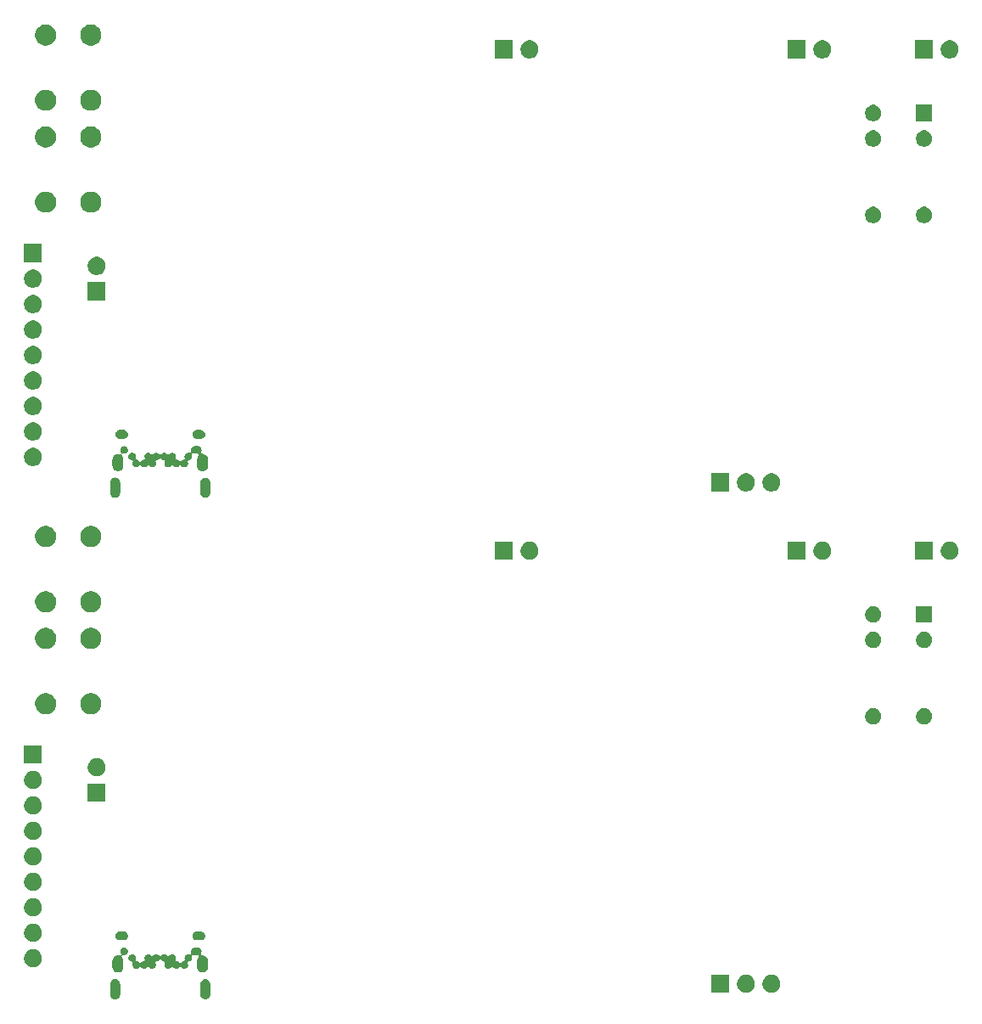
<source format=gbs>
G04 #@! TF.GenerationSoftware,KiCad,Pcbnew,(5.1.5)-3*
G04 #@! TF.CreationDate,2020-05-20T21:28:27+09:00*
G04 #@! TF.ProjectId,autoplanter,6175746f-706c-4616-9e74-65722e6b6963,rev?*
G04 #@! TF.SameCoordinates,Original*
G04 #@! TF.FileFunction,Soldermask,Bot*
G04 #@! TF.FilePolarity,Negative*
%FSLAX46Y46*%
G04 Gerber Fmt 4.6, Leading zero omitted, Abs format (unit mm)*
G04 Created by KiCad (PCBNEW (5.1.5)-3) date 2020-05-20 21:28:27*
%MOMM*%
%LPD*%
G04 APERTURE LIST*
%ADD10C,0.100000*%
G04 APERTURE END LIST*
D10*
G36*
X83338212Y-121921249D02*
G01*
X83432651Y-121949897D01*
X83519687Y-121996418D01*
X83595975Y-122059025D01*
X83658582Y-122135313D01*
X83705103Y-122222348D01*
X83733751Y-122316787D01*
X83741000Y-122390388D01*
X83741000Y-123439612D01*
X83733751Y-123513213D01*
X83705103Y-123607652D01*
X83658582Y-123694687D01*
X83595975Y-123770975D01*
X83519687Y-123833582D01*
X83432652Y-123880103D01*
X83338213Y-123908751D01*
X83240000Y-123918424D01*
X83141788Y-123908751D01*
X83047349Y-123880103D01*
X82960314Y-123833582D01*
X82884026Y-123770975D01*
X82821419Y-123694687D01*
X82774898Y-123607652D01*
X82746250Y-123513213D01*
X82739001Y-123439612D01*
X82739000Y-122390389D01*
X82746249Y-122316788D01*
X82774897Y-122222349D01*
X82821418Y-122135313D01*
X82884025Y-122059025D01*
X82960313Y-121996418D01*
X83047348Y-121949897D01*
X83141787Y-121921249D01*
X83240000Y-121911576D01*
X83338212Y-121921249D01*
G37*
G36*
X74338212Y-121921249D02*
G01*
X74432651Y-121949897D01*
X74519687Y-121996418D01*
X74595975Y-122059025D01*
X74658582Y-122135313D01*
X74705103Y-122222348D01*
X74733751Y-122316787D01*
X74741000Y-122390388D01*
X74741000Y-123439612D01*
X74733751Y-123513213D01*
X74705103Y-123607652D01*
X74658582Y-123694687D01*
X74595975Y-123770975D01*
X74519687Y-123833582D01*
X74432652Y-123880103D01*
X74338213Y-123908751D01*
X74240000Y-123918424D01*
X74141788Y-123908751D01*
X74047349Y-123880103D01*
X73960314Y-123833582D01*
X73884026Y-123770975D01*
X73821419Y-123694687D01*
X73774898Y-123607652D01*
X73746250Y-123513213D01*
X73739001Y-123439612D01*
X73739000Y-122390389D01*
X73746249Y-122316788D01*
X73774897Y-122222349D01*
X73821418Y-122135313D01*
X73884025Y-122059025D01*
X73960313Y-121996418D01*
X74047348Y-121949897D01*
X74141787Y-121921249D01*
X74240000Y-121911576D01*
X74338212Y-121921249D01*
G37*
G36*
X135521000Y-123291000D02*
G01*
X133719000Y-123291000D01*
X133719000Y-121489000D01*
X135521000Y-121489000D01*
X135521000Y-123291000D01*
G37*
G36*
X137273512Y-121493927D02*
G01*
X137422812Y-121523624D01*
X137586784Y-121591544D01*
X137734354Y-121690147D01*
X137859853Y-121815646D01*
X137958456Y-121963216D01*
X138026376Y-122127188D01*
X138061000Y-122301259D01*
X138061000Y-122478741D01*
X138026376Y-122652812D01*
X137958456Y-122816784D01*
X137859853Y-122964354D01*
X137734354Y-123089853D01*
X137586784Y-123188456D01*
X137422812Y-123256376D01*
X137273512Y-123286073D01*
X137248742Y-123291000D01*
X137071258Y-123291000D01*
X137046488Y-123286073D01*
X136897188Y-123256376D01*
X136733216Y-123188456D01*
X136585646Y-123089853D01*
X136460147Y-122964354D01*
X136361544Y-122816784D01*
X136293624Y-122652812D01*
X136259000Y-122478741D01*
X136259000Y-122301259D01*
X136293624Y-122127188D01*
X136361544Y-121963216D01*
X136460147Y-121815646D01*
X136585646Y-121690147D01*
X136733216Y-121591544D01*
X136897188Y-121523624D01*
X137046488Y-121493927D01*
X137071258Y-121489000D01*
X137248742Y-121489000D01*
X137273512Y-121493927D01*
G37*
G36*
X139813512Y-121493927D02*
G01*
X139962812Y-121523624D01*
X140126784Y-121591544D01*
X140274354Y-121690147D01*
X140399853Y-121815646D01*
X140498456Y-121963216D01*
X140566376Y-122127188D01*
X140601000Y-122301259D01*
X140601000Y-122478741D01*
X140566376Y-122652812D01*
X140498456Y-122816784D01*
X140399853Y-122964354D01*
X140274354Y-123089853D01*
X140126784Y-123188456D01*
X139962812Y-123256376D01*
X139813512Y-123286073D01*
X139788742Y-123291000D01*
X139611258Y-123291000D01*
X139586488Y-123286073D01*
X139437188Y-123256376D01*
X139273216Y-123188456D01*
X139125646Y-123089853D01*
X139000147Y-122964354D01*
X138901544Y-122816784D01*
X138833624Y-122652812D01*
X138799000Y-122478741D01*
X138799000Y-122301259D01*
X138833624Y-122127188D01*
X138901544Y-121963216D01*
X139000147Y-121815646D01*
X139125646Y-121690147D01*
X139273216Y-121591544D01*
X139437188Y-121523624D01*
X139586488Y-121493927D01*
X139611258Y-121489000D01*
X139788742Y-121489000D01*
X139813512Y-121493927D01*
G37*
G36*
X75249672Y-118788449D02*
G01*
X75249674Y-118788450D01*
X75249675Y-118788450D01*
X75318103Y-118816793D01*
X75379686Y-118857942D01*
X75432058Y-118910314D01*
X75473207Y-118971897D01*
X75487090Y-119005415D01*
X75501551Y-119040328D01*
X75516000Y-119112966D01*
X75516000Y-119187034D01*
X75508705Y-119223709D01*
X75501550Y-119259675D01*
X75473207Y-119328103D01*
X75432058Y-119389686D01*
X75379686Y-119442058D01*
X75318103Y-119483207D01*
X75249675Y-119511550D01*
X75249674Y-119511550D01*
X75249672Y-119511551D01*
X75177034Y-119526000D01*
X75102966Y-119526000D01*
X75037790Y-119513036D01*
X75013403Y-119510634D01*
X74989017Y-119513036D01*
X74965568Y-119520149D01*
X74943958Y-119531700D01*
X74925016Y-119547246D01*
X74909471Y-119566188D01*
X74897920Y-119587798D01*
X74890807Y-119611247D01*
X74888405Y-119635634D01*
X74890807Y-119660020D01*
X74897920Y-119683469D01*
X74909471Y-119705079D01*
X74916766Y-119714915D01*
X74980356Y-119792400D01*
X75031521Y-119888121D01*
X75063027Y-119991985D01*
X75071000Y-120072933D01*
X75071000Y-120727067D01*
X75063027Y-120808015D01*
X75031521Y-120911879D01*
X75031519Y-120911882D01*
X74980357Y-121007600D01*
X74911501Y-121091501D01*
X74827600Y-121160357D01*
X74759055Y-121196995D01*
X74731879Y-121211521D01*
X74628015Y-121243027D01*
X74520000Y-121253666D01*
X74411986Y-121243027D01*
X74308122Y-121211521D01*
X74280946Y-121196995D01*
X74212401Y-121160357D01*
X74128500Y-121091501D01*
X74059645Y-121007601D01*
X74008480Y-120911879D01*
X73984615Y-120833206D01*
X73976973Y-120808015D01*
X73969000Y-120727067D01*
X73969000Y-120072934D01*
X73976973Y-119991986D01*
X74008479Y-119888122D01*
X74059644Y-119792400D01*
X74128499Y-119708499D01*
X74212400Y-119639644D01*
X74212399Y-119639644D01*
X74212401Y-119639643D01*
X74285069Y-119600801D01*
X74308121Y-119588479D01*
X74411985Y-119556973D01*
X74520000Y-119546334D01*
X74628014Y-119556973D01*
X74709753Y-119581768D01*
X74733773Y-119586545D01*
X74758277Y-119586545D01*
X74782310Y-119581765D01*
X74804949Y-119572387D01*
X74825324Y-119558774D01*
X74842651Y-119541446D01*
X74856264Y-119521072D01*
X74865642Y-119498433D01*
X74870422Y-119474400D01*
X74870422Y-119449896D01*
X74865642Y-119425863D01*
X74856264Y-119403224D01*
X74849958Y-119392702D01*
X74847944Y-119389688D01*
X74847942Y-119389686D01*
X74806793Y-119328103D01*
X74778450Y-119259675D01*
X74771296Y-119223709D01*
X74764000Y-119187034D01*
X74764000Y-119112966D01*
X74778449Y-119040328D01*
X74792910Y-119005415D01*
X74806793Y-118971897D01*
X74847942Y-118910314D01*
X74900314Y-118857942D01*
X74961897Y-118816793D01*
X75030325Y-118788450D01*
X75030326Y-118788450D01*
X75030328Y-118788449D01*
X75102966Y-118774000D01*
X75177034Y-118774000D01*
X75249672Y-118788449D01*
G37*
G36*
X82563710Y-118779440D02*
G01*
X82634585Y-118800940D01*
X82699904Y-118835854D01*
X82757159Y-118882841D01*
X82804146Y-118940096D01*
X82839060Y-119005415D01*
X82860560Y-119076290D01*
X82867819Y-119150000D01*
X82860560Y-119223710D01*
X82839060Y-119294585D01*
X82800538Y-119366655D01*
X82791160Y-119389294D01*
X82786380Y-119413327D01*
X82786380Y-119437832D01*
X82791161Y-119461865D01*
X82800538Y-119484504D01*
X82814152Y-119504878D01*
X82831479Y-119522205D01*
X82851853Y-119535818D01*
X82874492Y-119545196D01*
X82898525Y-119549976D01*
X82923024Y-119549976D01*
X82960000Y-119546334D01*
X83068014Y-119556973D01*
X83171878Y-119588479D01*
X83194934Y-119600803D01*
X83267599Y-119639643D01*
X83267601Y-119639644D01*
X83267600Y-119639644D01*
X83351501Y-119708499D01*
X83420356Y-119792400D01*
X83471521Y-119888121D01*
X83503027Y-119991985D01*
X83511000Y-120072933D01*
X83511000Y-120727067D01*
X83503027Y-120808015D01*
X83471521Y-120911879D01*
X83471519Y-120911882D01*
X83420357Y-121007600D01*
X83351501Y-121091501D01*
X83267600Y-121160357D01*
X83199055Y-121196995D01*
X83171879Y-121211521D01*
X83068015Y-121243027D01*
X82960000Y-121253666D01*
X82851986Y-121243027D01*
X82748122Y-121211521D01*
X82720946Y-121196995D01*
X82652401Y-121160357D01*
X82568500Y-121091501D01*
X82499645Y-121007601D01*
X82448480Y-120911879D01*
X82424615Y-120833206D01*
X82416973Y-120808015D01*
X82409000Y-120727067D01*
X82409000Y-120072934D01*
X82416973Y-119991986D01*
X82448479Y-119888122D01*
X82499644Y-119792400D01*
X82550619Y-119730286D01*
X82564224Y-119709923D01*
X82573602Y-119687284D01*
X82578382Y-119663251D01*
X82578382Y-119638747D01*
X82573602Y-119614714D01*
X82564224Y-119592075D01*
X82550611Y-119571700D01*
X82533284Y-119554373D01*
X82512909Y-119540760D01*
X82490270Y-119531382D01*
X82453985Y-119526000D01*
X82171528Y-119526000D01*
X82116290Y-119520560D01*
X82043175Y-119498380D01*
X82019142Y-119493599D01*
X81994638Y-119493599D01*
X81970604Y-119498379D01*
X81947965Y-119507756D01*
X81927591Y-119521370D01*
X81910264Y-119538697D01*
X81896650Y-119559071D01*
X81887273Y-119581710D01*
X81882492Y-119605743D01*
X81882492Y-119630247D01*
X81887272Y-119654281D01*
X81891405Y-119665831D01*
X81901551Y-119690326D01*
X81916000Y-119762966D01*
X81916000Y-119837034D01*
X81905838Y-119888122D01*
X81901550Y-119909675D01*
X81873207Y-119978103D01*
X81832058Y-120039686D01*
X81779686Y-120092058D01*
X81718103Y-120133207D01*
X81659696Y-120157399D01*
X81649673Y-120161551D01*
X81574662Y-120176472D01*
X81551214Y-120183585D01*
X81529603Y-120195136D01*
X81510661Y-120210682D01*
X81495116Y-120229624D01*
X81483565Y-120251234D01*
X81476452Y-120274683D01*
X81474050Y-120299069D01*
X81476452Y-120323456D01*
X81483565Y-120346904D01*
X81501551Y-120390326D01*
X81516000Y-120462966D01*
X81516000Y-120537033D01*
X81501550Y-120609675D01*
X81473207Y-120678103D01*
X81432058Y-120739686D01*
X81379686Y-120792058D01*
X81318103Y-120833207D01*
X81249675Y-120861550D01*
X81249674Y-120861550D01*
X81249672Y-120861551D01*
X81177034Y-120876000D01*
X81102966Y-120876000D01*
X81030328Y-120861551D01*
X81030326Y-120861550D01*
X81030325Y-120861550D01*
X80961897Y-120833207D01*
X80900314Y-120792058D01*
X80847942Y-120739686D01*
X80843928Y-120733679D01*
X80828388Y-120714744D01*
X80809447Y-120699199D01*
X80787836Y-120687647D01*
X80764387Y-120680534D01*
X80740001Y-120678132D01*
X80715615Y-120680534D01*
X80692166Y-120687647D01*
X80670555Y-120699197D01*
X80651613Y-120714743D01*
X80636072Y-120733679D01*
X80632058Y-120739686D01*
X80579686Y-120792058D01*
X80518103Y-120833207D01*
X80449675Y-120861550D01*
X80449674Y-120861550D01*
X80449672Y-120861551D01*
X80377034Y-120876000D01*
X80302966Y-120876000D01*
X80230328Y-120861551D01*
X80230326Y-120861550D01*
X80230325Y-120861550D01*
X80161897Y-120833207D01*
X80100314Y-120792058D01*
X80047942Y-120739686D01*
X80043928Y-120733679D01*
X80028388Y-120714744D01*
X80009447Y-120699199D01*
X79987836Y-120687647D01*
X79964387Y-120680534D01*
X79940001Y-120678132D01*
X79915615Y-120680534D01*
X79892166Y-120687647D01*
X79870555Y-120699197D01*
X79851613Y-120714743D01*
X79836072Y-120733679D01*
X79832058Y-120739686D01*
X79779686Y-120792058D01*
X79718103Y-120833207D01*
X79649675Y-120861550D01*
X79649674Y-120861550D01*
X79649672Y-120861551D01*
X79577034Y-120876000D01*
X79502966Y-120876000D01*
X79430328Y-120861551D01*
X79430326Y-120861550D01*
X79430325Y-120861550D01*
X79361897Y-120833207D01*
X79300314Y-120792058D01*
X79247942Y-120739686D01*
X79206793Y-120678103D01*
X79178450Y-120609675D01*
X79164000Y-120537033D01*
X79164000Y-120462966D01*
X79178449Y-120390326D01*
X79196435Y-120346904D01*
X79203548Y-120323455D01*
X79205950Y-120299069D01*
X79203548Y-120274683D01*
X79196435Y-120251234D01*
X79184884Y-120229624D01*
X79169339Y-120210682D01*
X79150397Y-120195136D01*
X79128786Y-120183585D01*
X79105338Y-120176472D01*
X79030327Y-120161551D01*
X79020304Y-120157399D01*
X78961897Y-120133207D01*
X78900314Y-120092058D01*
X78847942Y-120039686D01*
X78843928Y-120033679D01*
X78828388Y-120014744D01*
X78809447Y-119999199D01*
X78787836Y-119987647D01*
X78764387Y-119980534D01*
X78740001Y-119978132D01*
X78715615Y-119980534D01*
X78692166Y-119987647D01*
X78670555Y-119999197D01*
X78651613Y-120014743D01*
X78636072Y-120033679D01*
X78632058Y-120039686D01*
X78579686Y-120092058D01*
X78518103Y-120133207D01*
X78459696Y-120157399D01*
X78449673Y-120161551D01*
X78374662Y-120176472D01*
X78351214Y-120183585D01*
X78329603Y-120195136D01*
X78310661Y-120210682D01*
X78295116Y-120229624D01*
X78283565Y-120251234D01*
X78276452Y-120274683D01*
X78274050Y-120299069D01*
X78276452Y-120323456D01*
X78283565Y-120346904D01*
X78301551Y-120390326D01*
X78316000Y-120462966D01*
X78316000Y-120537033D01*
X78301550Y-120609675D01*
X78273207Y-120678103D01*
X78232058Y-120739686D01*
X78179686Y-120792058D01*
X78118103Y-120833207D01*
X78049675Y-120861550D01*
X78049674Y-120861550D01*
X78049672Y-120861551D01*
X77977034Y-120876000D01*
X77902966Y-120876000D01*
X77830328Y-120861551D01*
X77830326Y-120861550D01*
X77830325Y-120861550D01*
X77761897Y-120833207D01*
X77700314Y-120792058D01*
X77647942Y-120739686D01*
X77643928Y-120733679D01*
X77628388Y-120714744D01*
X77609447Y-120699199D01*
X77587836Y-120687647D01*
X77564387Y-120680534D01*
X77540001Y-120678132D01*
X77515615Y-120680534D01*
X77492166Y-120687647D01*
X77470555Y-120699197D01*
X77451613Y-120714743D01*
X77436072Y-120733679D01*
X77432058Y-120739686D01*
X77379686Y-120792058D01*
X77318103Y-120833207D01*
X77249675Y-120861550D01*
X77249674Y-120861550D01*
X77249672Y-120861551D01*
X77177034Y-120876000D01*
X77102966Y-120876000D01*
X77030328Y-120861551D01*
X77030326Y-120861550D01*
X77030325Y-120861550D01*
X76961897Y-120833207D01*
X76900314Y-120792058D01*
X76847942Y-120739686D01*
X76843928Y-120733679D01*
X76828388Y-120714744D01*
X76809447Y-120699199D01*
X76787836Y-120687647D01*
X76764387Y-120680534D01*
X76740001Y-120678132D01*
X76715615Y-120680534D01*
X76692166Y-120687647D01*
X76670555Y-120699197D01*
X76651613Y-120714743D01*
X76636072Y-120733679D01*
X76632058Y-120739686D01*
X76579686Y-120792058D01*
X76518103Y-120833207D01*
X76449675Y-120861550D01*
X76449674Y-120861550D01*
X76449672Y-120861551D01*
X76377034Y-120876000D01*
X76302966Y-120876000D01*
X76230328Y-120861551D01*
X76230326Y-120861550D01*
X76230325Y-120861550D01*
X76161897Y-120833207D01*
X76100314Y-120792058D01*
X76047942Y-120739686D01*
X76006793Y-120678103D01*
X75978450Y-120609675D01*
X75964000Y-120537033D01*
X75964000Y-120462966D01*
X75978449Y-120390326D01*
X75996435Y-120346904D01*
X76003548Y-120323455D01*
X76005950Y-120299069D01*
X76003548Y-120274683D01*
X75996435Y-120251234D01*
X75984884Y-120229624D01*
X75969339Y-120210682D01*
X75950397Y-120195136D01*
X75928786Y-120183585D01*
X75905338Y-120176472D01*
X75830327Y-120161551D01*
X75820304Y-120157399D01*
X75761897Y-120133207D01*
X75700314Y-120092058D01*
X75647942Y-120039686D01*
X75606793Y-119978103D01*
X75578450Y-119909675D01*
X75574163Y-119888122D01*
X75564000Y-119837034D01*
X75564000Y-119762966D01*
X75578449Y-119690328D01*
X75581290Y-119683469D01*
X75606793Y-119621897D01*
X75647942Y-119560314D01*
X75700314Y-119507942D01*
X75761897Y-119466793D01*
X75830325Y-119438450D01*
X75830326Y-119438450D01*
X75830328Y-119438449D01*
X75902966Y-119424000D01*
X75977034Y-119424000D01*
X76049672Y-119438449D01*
X76049674Y-119438450D01*
X76049675Y-119438450D01*
X76118103Y-119466793D01*
X76179686Y-119507942D01*
X76232058Y-119560314D01*
X76273207Y-119621897D01*
X76298710Y-119683469D01*
X76301551Y-119690328D01*
X76316000Y-119762966D01*
X76316000Y-119837034D01*
X76301551Y-119909674D01*
X76283565Y-119953096D01*
X76276452Y-119976545D01*
X76274050Y-120000931D01*
X76276452Y-120025317D01*
X76283565Y-120048766D01*
X76295116Y-120070376D01*
X76310661Y-120089318D01*
X76329603Y-120104864D01*
X76351214Y-120116415D01*
X76374662Y-120123528D01*
X76449673Y-120138449D01*
X76449676Y-120138450D01*
X76449675Y-120138450D01*
X76518103Y-120166793D01*
X76579686Y-120207942D01*
X76632058Y-120260314D01*
X76636072Y-120266321D01*
X76651612Y-120285256D01*
X76670553Y-120300801D01*
X76692164Y-120312353D01*
X76715613Y-120319466D01*
X76739999Y-120321868D01*
X76764385Y-120319466D01*
X76787834Y-120312353D01*
X76809445Y-120300803D01*
X76828387Y-120285257D01*
X76843928Y-120266321D01*
X76847942Y-120260314D01*
X76900314Y-120207942D01*
X76961897Y-120166793D01*
X77030325Y-120138450D01*
X77030324Y-120138450D01*
X77030327Y-120138449D01*
X77105338Y-120123528D01*
X77128786Y-120116415D01*
X77150397Y-120104864D01*
X77169339Y-120089318D01*
X77184884Y-120070376D01*
X77196435Y-120048766D01*
X77203548Y-120025317D01*
X77205950Y-120000931D01*
X77203548Y-119976544D01*
X77196435Y-119953096D01*
X77178449Y-119909674D01*
X77164000Y-119837034D01*
X77164000Y-119762966D01*
X77178449Y-119690328D01*
X77181290Y-119683469D01*
X77206793Y-119621897D01*
X77247942Y-119560314D01*
X77300314Y-119507942D01*
X77361897Y-119466793D01*
X77430325Y-119438450D01*
X77430326Y-119438450D01*
X77430328Y-119438449D01*
X77502966Y-119424000D01*
X77577034Y-119424000D01*
X77649672Y-119438449D01*
X77649674Y-119438450D01*
X77649675Y-119438450D01*
X77718103Y-119466793D01*
X77779686Y-119507942D01*
X77832058Y-119560314D01*
X77836072Y-119566321D01*
X77851612Y-119585256D01*
X77870553Y-119600801D01*
X77892164Y-119612353D01*
X77915613Y-119619466D01*
X77939999Y-119621868D01*
X77964385Y-119619466D01*
X77987834Y-119612353D01*
X78009445Y-119600803D01*
X78028387Y-119585257D01*
X78043928Y-119566321D01*
X78047942Y-119560314D01*
X78100314Y-119507942D01*
X78161897Y-119466793D01*
X78230325Y-119438450D01*
X78230326Y-119438450D01*
X78230328Y-119438449D01*
X78302966Y-119424000D01*
X78377034Y-119424000D01*
X78449672Y-119438449D01*
X78449674Y-119438450D01*
X78449675Y-119438450D01*
X78518103Y-119466793D01*
X78579686Y-119507942D01*
X78632058Y-119560314D01*
X78636072Y-119566321D01*
X78651612Y-119585256D01*
X78670553Y-119600801D01*
X78692164Y-119612353D01*
X78715613Y-119619466D01*
X78739999Y-119621868D01*
X78764385Y-119619466D01*
X78787834Y-119612353D01*
X78809445Y-119600803D01*
X78828387Y-119585257D01*
X78843928Y-119566321D01*
X78847942Y-119560314D01*
X78900314Y-119507942D01*
X78961897Y-119466793D01*
X79030325Y-119438450D01*
X79030326Y-119438450D01*
X79030328Y-119438449D01*
X79102966Y-119424000D01*
X79177034Y-119424000D01*
X79249672Y-119438449D01*
X79249674Y-119438450D01*
X79249675Y-119438450D01*
X79318103Y-119466793D01*
X79379686Y-119507942D01*
X79432058Y-119560314D01*
X79436072Y-119566321D01*
X79451612Y-119585256D01*
X79470553Y-119600801D01*
X79492164Y-119612353D01*
X79515613Y-119619466D01*
X79539999Y-119621868D01*
X79564385Y-119619466D01*
X79587834Y-119612353D01*
X79609445Y-119600803D01*
X79628387Y-119585257D01*
X79643928Y-119566321D01*
X79647942Y-119560314D01*
X79700314Y-119507942D01*
X79761897Y-119466793D01*
X79830325Y-119438450D01*
X79830326Y-119438450D01*
X79830328Y-119438449D01*
X79902966Y-119424000D01*
X79977034Y-119424000D01*
X80049672Y-119438449D01*
X80049674Y-119438450D01*
X80049675Y-119438450D01*
X80118103Y-119466793D01*
X80179686Y-119507942D01*
X80232058Y-119560314D01*
X80273207Y-119621897D01*
X80298710Y-119683469D01*
X80301551Y-119690328D01*
X80316000Y-119762966D01*
X80316000Y-119837034D01*
X80301551Y-119909674D01*
X80283565Y-119953096D01*
X80276452Y-119976545D01*
X80274050Y-120000931D01*
X80276452Y-120025317D01*
X80283565Y-120048766D01*
X80295116Y-120070376D01*
X80310661Y-120089318D01*
X80329603Y-120104864D01*
X80351214Y-120116415D01*
X80374662Y-120123528D01*
X80449673Y-120138449D01*
X80449676Y-120138450D01*
X80449675Y-120138450D01*
X80518103Y-120166793D01*
X80579686Y-120207942D01*
X80632058Y-120260314D01*
X80636072Y-120266321D01*
X80651612Y-120285256D01*
X80670553Y-120300801D01*
X80692164Y-120312353D01*
X80715613Y-120319466D01*
X80739999Y-120321868D01*
X80764385Y-120319466D01*
X80787834Y-120312353D01*
X80809445Y-120300803D01*
X80828387Y-120285257D01*
X80843928Y-120266321D01*
X80847942Y-120260314D01*
X80900314Y-120207942D01*
X80961897Y-120166793D01*
X81030325Y-120138450D01*
X81030324Y-120138450D01*
X81030327Y-120138449D01*
X81105338Y-120123528D01*
X81128786Y-120116415D01*
X81150397Y-120104864D01*
X81169339Y-120089318D01*
X81184884Y-120070376D01*
X81196435Y-120048766D01*
X81203548Y-120025317D01*
X81205950Y-120000931D01*
X81203548Y-119976544D01*
X81196435Y-119953096D01*
X81178449Y-119909674D01*
X81164000Y-119837034D01*
X81164000Y-119762966D01*
X81178449Y-119690328D01*
X81181290Y-119683469D01*
X81206793Y-119621897D01*
X81247942Y-119560314D01*
X81300314Y-119507942D01*
X81361897Y-119466793D01*
X81430325Y-119438450D01*
X81430326Y-119438450D01*
X81430328Y-119438449D01*
X81502966Y-119424000D01*
X81577034Y-119424000D01*
X81649674Y-119438449D01*
X81674169Y-119448595D01*
X81697618Y-119455708D01*
X81722004Y-119458110D01*
X81746390Y-119455708D01*
X81769839Y-119448595D01*
X81791450Y-119437044D01*
X81810392Y-119421499D01*
X81825937Y-119402557D01*
X81837488Y-119380946D01*
X81844601Y-119357497D01*
X81847003Y-119333111D01*
X81844601Y-119308725D01*
X81841620Y-119296825D01*
X81819440Y-119223710D01*
X81812181Y-119150000D01*
X81819440Y-119076290D01*
X81840940Y-119005415D01*
X81875854Y-118940096D01*
X81922841Y-118882841D01*
X81980096Y-118835854D01*
X82045415Y-118800940D01*
X82116290Y-118779440D01*
X82171528Y-118774000D01*
X82508472Y-118774000D01*
X82563710Y-118779440D01*
G37*
G36*
X66153512Y-118953927D02*
G01*
X66302812Y-118983624D01*
X66466784Y-119051544D01*
X66614354Y-119150147D01*
X66739853Y-119275646D01*
X66838456Y-119423216D01*
X66906376Y-119587188D01*
X66941000Y-119761259D01*
X66941000Y-119938741D01*
X66906376Y-120112812D01*
X66838456Y-120276784D01*
X66739853Y-120424354D01*
X66614354Y-120549853D01*
X66466784Y-120648456D01*
X66302812Y-120716376D01*
X66153512Y-120746073D01*
X66128742Y-120751000D01*
X65951258Y-120751000D01*
X65926488Y-120746073D01*
X65777188Y-120716376D01*
X65613216Y-120648456D01*
X65465646Y-120549853D01*
X65340147Y-120424354D01*
X65241544Y-120276784D01*
X65173624Y-120112812D01*
X65139000Y-119938741D01*
X65139000Y-119761259D01*
X65173624Y-119587188D01*
X65241544Y-119423216D01*
X65340147Y-119275646D01*
X65465646Y-119150147D01*
X65613216Y-119051544D01*
X65777188Y-118983624D01*
X65926488Y-118953927D01*
X65951258Y-118949000D01*
X66128742Y-118949000D01*
X66153512Y-118953927D01*
G37*
G36*
X66153512Y-116413927D02*
G01*
X66302812Y-116443624D01*
X66466784Y-116511544D01*
X66614354Y-116610147D01*
X66739853Y-116735646D01*
X66838456Y-116883216D01*
X66906376Y-117047188D01*
X66941000Y-117221259D01*
X66941000Y-117398741D01*
X66906376Y-117572812D01*
X66838456Y-117736784D01*
X66739853Y-117884354D01*
X66614354Y-118009853D01*
X66466784Y-118108456D01*
X66302812Y-118176376D01*
X66153512Y-118206073D01*
X66128742Y-118211000D01*
X65951258Y-118211000D01*
X65926488Y-118206073D01*
X65777188Y-118176376D01*
X65613216Y-118108456D01*
X65465646Y-118009853D01*
X65340147Y-117884354D01*
X65241544Y-117736784D01*
X65173624Y-117572812D01*
X65139000Y-117398741D01*
X65139000Y-117221259D01*
X65173624Y-117047188D01*
X65241544Y-116883216D01*
X65340147Y-116735646D01*
X65465646Y-116610147D01*
X65613216Y-116511544D01*
X65777188Y-116443624D01*
X65926488Y-116413927D01*
X65951258Y-116409000D01*
X66128742Y-116409000D01*
X66153512Y-116413927D01*
G37*
G36*
X82848410Y-117155525D02*
G01*
X82933426Y-117181314D01*
X83011775Y-117223193D01*
X83080449Y-117279551D01*
X83136807Y-117348225D01*
X83178686Y-117426574D01*
X83204475Y-117511590D01*
X83213182Y-117600000D01*
X83204475Y-117688410D01*
X83178686Y-117773426D01*
X83136807Y-117851775D01*
X83080449Y-117920449D01*
X83011775Y-117976807D01*
X82933426Y-118018686D01*
X82848410Y-118044475D01*
X82782158Y-118051000D01*
X82387842Y-118051000D01*
X82321590Y-118044475D01*
X82236574Y-118018686D01*
X82158225Y-117976807D01*
X82089551Y-117920449D01*
X82033193Y-117851775D01*
X81991314Y-117773426D01*
X81965525Y-117688410D01*
X81956818Y-117600000D01*
X81965525Y-117511590D01*
X81991314Y-117426574D01*
X82033193Y-117348225D01*
X82089551Y-117279551D01*
X82158225Y-117223193D01*
X82236574Y-117181314D01*
X82321590Y-117155525D01*
X82387842Y-117149000D01*
X82782158Y-117149000D01*
X82848410Y-117155525D01*
G37*
G36*
X75158410Y-117155525D02*
G01*
X75243426Y-117181314D01*
X75321775Y-117223193D01*
X75390449Y-117279551D01*
X75446807Y-117348225D01*
X75488686Y-117426574D01*
X75514475Y-117511590D01*
X75523182Y-117600000D01*
X75514475Y-117688410D01*
X75488686Y-117773426D01*
X75446807Y-117851775D01*
X75390449Y-117920449D01*
X75321775Y-117976807D01*
X75243426Y-118018686D01*
X75158410Y-118044475D01*
X75092158Y-118051000D01*
X74697842Y-118051000D01*
X74631590Y-118044475D01*
X74546574Y-118018686D01*
X74468225Y-117976807D01*
X74399551Y-117920449D01*
X74343193Y-117851775D01*
X74301314Y-117773426D01*
X74275525Y-117688410D01*
X74266818Y-117600000D01*
X74275525Y-117511590D01*
X74301314Y-117426574D01*
X74343193Y-117348225D01*
X74399551Y-117279551D01*
X74468225Y-117223193D01*
X74546574Y-117181314D01*
X74631590Y-117155525D01*
X74697842Y-117149000D01*
X75092158Y-117149000D01*
X75158410Y-117155525D01*
G37*
G36*
X66153512Y-113873927D02*
G01*
X66302812Y-113903624D01*
X66466784Y-113971544D01*
X66614354Y-114070147D01*
X66739853Y-114195646D01*
X66838456Y-114343216D01*
X66906376Y-114507188D01*
X66941000Y-114681259D01*
X66941000Y-114858741D01*
X66906376Y-115032812D01*
X66838456Y-115196784D01*
X66739853Y-115344354D01*
X66614354Y-115469853D01*
X66466784Y-115568456D01*
X66302812Y-115636376D01*
X66153512Y-115666073D01*
X66128742Y-115671000D01*
X65951258Y-115671000D01*
X65926488Y-115666073D01*
X65777188Y-115636376D01*
X65613216Y-115568456D01*
X65465646Y-115469853D01*
X65340147Y-115344354D01*
X65241544Y-115196784D01*
X65173624Y-115032812D01*
X65139000Y-114858741D01*
X65139000Y-114681259D01*
X65173624Y-114507188D01*
X65241544Y-114343216D01*
X65340147Y-114195646D01*
X65465646Y-114070147D01*
X65613216Y-113971544D01*
X65777188Y-113903624D01*
X65926488Y-113873927D01*
X65951258Y-113869000D01*
X66128742Y-113869000D01*
X66153512Y-113873927D01*
G37*
G36*
X66153512Y-111333927D02*
G01*
X66302812Y-111363624D01*
X66466784Y-111431544D01*
X66614354Y-111530147D01*
X66739853Y-111655646D01*
X66838456Y-111803216D01*
X66906376Y-111967188D01*
X66941000Y-112141259D01*
X66941000Y-112318741D01*
X66906376Y-112492812D01*
X66838456Y-112656784D01*
X66739853Y-112804354D01*
X66614354Y-112929853D01*
X66466784Y-113028456D01*
X66302812Y-113096376D01*
X66153512Y-113126073D01*
X66128742Y-113131000D01*
X65951258Y-113131000D01*
X65926488Y-113126073D01*
X65777188Y-113096376D01*
X65613216Y-113028456D01*
X65465646Y-112929853D01*
X65340147Y-112804354D01*
X65241544Y-112656784D01*
X65173624Y-112492812D01*
X65139000Y-112318741D01*
X65139000Y-112141259D01*
X65173624Y-111967188D01*
X65241544Y-111803216D01*
X65340147Y-111655646D01*
X65465646Y-111530147D01*
X65613216Y-111431544D01*
X65777188Y-111363624D01*
X65926488Y-111333927D01*
X65951258Y-111329000D01*
X66128742Y-111329000D01*
X66153512Y-111333927D01*
G37*
G36*
X66153512Y-108793927D02*
G01*
X66302812Y-108823624D01*
X66466784Y-108891544D01*
X66614354Y-108990147D01*
X66739853Y-109115646D01*
X66838456Y-109263216D01*
X66906376Y-109427188D01*
X66941000Y-109601259D01*
X66941000Y-109778741D01*
X66906376Y-109952812D01*
X66838456Y-110116784D01*
X66739853Y-110264354D01*
X66614354Y-110389853D01*
X66466784Y-110488456D01*
X66302812Y-110556376D01*
X66153512Y-110586073D01*
X66128742Y-110591000D01*
X65951258Y-110591000D01*
X65926488Y-110586073D01*
X65777188Y-110556376D01*
X65613216Y-110488456D01*
X65465646Y-110389853D01*
X65340147Y-110264354D01*
X65241544Y-110116784D01*
X65173624Y-109952812D01*
X65139000Y-109778741D01*
X65139000Y-109601259D01*
X65173624Y-109427188D01*
X65241544Y-109263216D01*
X65340147Y-109115646D01*
X65465646Y-108990147D01*
X65613216Y-108891544D01*
X65777188Y-108823624D01*
X65926488Y-108793927D01*
X65951258Y-108789000D01*
X66128742Y-108789000D01*
X66153512Y-108793927D01*
G37*
G36*
X66153512Y-106253927D02*
G01*
X66302812Y-106283624D01*
X66466784Y-106351544D01*
X66614354Y-106450147D01*
X66739853Y-106575646D01*
X66838456Y-106723216D01*
X66906376Y-106887188D01*
X66941000Y-107061259D01*
X66941000Y-107238741D01*
X66906376Y-107412812D01*
X66838456Y-107576784D01*
X66739853Y-107724354D01*
X66614354Y-107849853D01*
X66466784Y-107948456D01*
X66302812Y-108016376D01*
X66153512Y-108046073D01*
X66128742Y-108051000D01*
X65951258Y-108051000D01*
X65926488Y-108046073D01*
X65777188Y-108016376D01*
X65613216Y-107948456D01*
X65465646Y-107849853D01*
X65340147Y-107724354D01*
X65241544Y-107576784D01*
X65173624Y-107412812D01*
X65139000Y-107238741D01*
X65139000Y-107061259D01*
X65173624Y-106887188D01*
X65241544Y-106723216D01*
X65340147Y-106575646D01*
X65465646Y-106450147D01*
X65613216Y-106351544D01*
X65777188Y-106283624D01*
X65926488Y-106253927D01*
X65951258Y-106249000D01*
X66128742Y-106249000D01*
X66153512Y-106253927D01*
G37*
G36*
X66153512Y-103713927D02*
G01*
X66302812Y-103743624D01*
X66466784Y-103811544D01*
X66614354Y-103910147D01*
X66739853Y-104035646D01*
X66838456Y-104183216D01*
X66906376Y-104347188D01*
X66941000Y-104521259D01*
X66941000Y-104698741D01*
X66906376Y-104872812D01*
X66838456Y-105036784D01*
X66739853Y-105184354D01*
X66614354Y-105309853D01*
X66466784Y-105408456D01*
X66302812Y-105476376D01*
X66153512Y-105506073D01*
X66128742Y-105511000D01*
X65951258Y-105511000D01*
X65926488Y-105506073D01*
X65777188Y-105476376D01*
X65613216Y-105408456D01*
X65465646Y-105309853D01*
X65340147Y-105184354D01*
X65241544Y-105036784D01*
X65173624Y-104872812D01*
X65139000Y-104698741D01*
X65139000Y-104521259D01*
X65173624Y-104347188D01*
X65241544Y-104183216D01*
X65340147Y-104035646D01*
X65465646Y-103910147D01*
X65613216Y-103811544D01*
X65777188Y-103743624D01*
X65926488Y-103713927D01*
X65951258Y-103709000D01*
X66128742Y-103709000D01*
X66153512Y-103713927D01*
G37*
G36*
X73291000Y-104241000D02*
G01*
X71489000Y-104241000D01*
X71489000Y-102439000D01*
X73291000Y-102439000D01*
X73291000Y-104241000D01*
G37*
G36*
X66153512Y-101173927D02*
G01*
X66302812Y-101203624D01*
X66466784Y-101271544D01*
X66614354Y-101370147D01*
X66739853Y-101495646D01*
X66838456Y-101643216D01*
X66906376Y-101807188D01*
X66941000Y-101981259D01*
X66941000Y-102158741D01*
X66906376Y-102332812D01*
X66838456Y-102496784D01*
X66739853Y-102644354D01*
X66614354Y-102769853D01*
X66466784Y-102868456D01*
X66302812Y-102936376D01*
X66153512Y-102966073D01*
X66128742Y-102971000D01*
X65951258Y-102971000D01*
X65926488Y-102966073D01*
X65777188Y-102936376D01*
X65613216Y-102868456D01*
X65465646Y-102769853D01*
X65340147Y-102644354D01*
X65241544Y-102496784D01*
X65173624Y-102332812D01*
X65139000Y-102158741D01*
X65139000Y-101981259D01*
X65173624Y-101807188D01*
X65241544Y-101643216D01*
X65340147Y-101495646D01*
X65465646Y-101370147D01*
X65613216Y-101271544D01*
X65777188Y-101203624D01*
X65926488Y-101173927D01*
X65951258Y-101169000D01*
X66128742Y-101169000D01*
X66153512Y-101173927D01*
G37*
G36*
X72503512Y-99903927D02*
G01*
X72652812Y-99933624D01*
X72816784Y-100001544D01*
X72964354Y-100100147D01*
X73089853Y-100225646D01*
X73188456Y-100373216D01*
X73256376Y-100537188D01*
X73291000Y-100711259D01*
X73291000Y-100888741D01*
X73256376Y-101062812D01*
X73188456Y-101226784D01*
X73089853Y-101374354D01*
X72964354Y-101499853D01*
X72816784Y-101598456D01*
X72652812Y-101666376D01*
X72503512Y-101696073D01*
X72478742Y-101701000D01*
X72301258Y-101701000D01*
X72276488Y-101696073D01*
X72127188Y-101666376D01*
X71963216Y-101598456D01*
X71815646Y-101499853D01*
X71690147Y-101374354D01*
X71591544Y-101226784D01*
X71523624Y-101062812D01*
X71489000Y-100888741D01*
X71489000Y-100711259D01*
X71523624Y-100537188D01*
X71591544Y-100373216D01*
X71690147Y-100225646D01*
X71815646Y-100100147D01*
X71963216Y-100001544D01*
X72127188Y-99933624D01*
X72276488Y-99903927D01*
X72301258Y-99899000D01*
X72478742Y-99899000D01*
X72503512Y-99903927D01*
G37*
G36*
X66941000Y-100431000D02*
G01*
X65139000Y-100431000D01*
X65139000Y-98629000D01*
X66941000Y-98629000D01*
X66941000Y-100431000D01*
G37*
G36*
X150097142Y-94938242D02*
G01*
X150245101Y-94999529D01*
X150378255Y-95088499D01*
X150491501Y-95201745D01*
X150580471Y-95334899D01*
X150641758Y-95482858D01*
X150673000Y-95639925D01*
X150673000Y-95800075D01*
X150641758Y-95957142D01*
X150580471Y-96105101D01*
X150491501Y-96238255D01*
X150378255Y-96351501D01*
X150245101Y-96440471D01*
X150097142Y-96501758D01*
X149940075Y-96533000D01*
X149779925Y-96533000D01*
X149622858Y-96501758D01*
X149474899Y-96440471D01*
X149341745Y-96351501D01*
X149228499Y-96238255D01*
X149139529Y-96105101D01*
X149078242Y-95957142D01*
X149047000Y-95800075D01*
X149047000Y-95639925D01*
X149078242Y-95482858D01*
X149139529Y-95334899D01*
X149228499Y-95201745D01*
X149341745Y-95088499D01*
X149474899Y-94999529D01*
X149622858Y-94938242D01*
X149779925Y-94907000D01*
X149940075Y-94907000D01*
X150097142Y-94938242D01*
G37*
G36*
X155177142Y-94938242D02*
G01*
X155325101Y-94999529D01*
X155458255Y-95088499D01*
X155571501Y-95201745D01*
X155660471Y-95334899D01*
X155721758Y-95482858D01*
X155753000Y-95639925D01*
X155753000Y-95800075D01*
X155721758Y-95957142D01*
X155660471Y-96105101D01*
X155571501Y-96238255D01*
X155458255Y-96351501D01*
X155325101Y-96440471D01*
X155177142Y-96501758D01*
X155020075Y-96533000D01*
X154859925Y-96533000D01*
X154702858Y-96501758D01*
X154554899Y-96440471D01*
X154421745Y-96351501D01*
X154308499Y-96238255D01*
X154219529Y-96105101D01*
X154158242Y-95957142D01*
X154127000Y-95800075D01*
X154127000Y-95639925D01*
X154158242Y-95482858D01*
X154219529Y-95334899D01*
X154308499Y-95201745D01*
X154421745Y-95088499D01*
X154554899Y-94999529D01*
X154702858Y-94938242D01*
X154859925Y-94907000D01*
X155020075Y-94907000D01*
X155177142Y-94938242D01*
G37*
G36*
X72116564Y-93439389D02*
G01*
X72307833Y-93518615D01*
X72307835Y-93518616D01*
X72479973Y-93633635D01*
X72626365Y-93780027D01*
X72741385Y-93952167D01*
X72820611Y-94143436D01*
X72861000Y-94346484D01*
X72861000Y-94553516D01*
X72820611Y-94756564D01*
X72745358Y-94938242D01*
X72741384Y-94947835D01*
X72626365Y-95119973D01*
X72479973Y-95266365D01*
X72307835Y-95381384D01*
X72307834Y-95381385D01*
X72307833Y-95381385D01*
X72116564Y-95460611D01*
X71913516Y-95501000D01*
X71706484Y-95501000D01*
X71503436Y-95460611D01*
X71312167Y-95381385D01*
X71312166Y-95381385D01*
X71312165Y-95381384D01*
X71140027Y-95266365D01*
X70993635Y-95119973D01*
X70878616Y-94947835D01*
X70874642Y-94938242D01*
X70799389Y-94756564D01*
X70759000Y-94553516D01*
X70759000Y-94346484D01*
X70799389Y-94143436D01*
X70878615Y-93952167D01*
X70993635Y-93780027D01*
X71140027Y-93633635D01*
X71312165Y-93518616D01*
X71312167Y-93518615D01*
X71503436Y-93439389D01*
X71706484Y-93399000D01*
X71913516Y-93399000D01*
X72116564Y-93439389D01*
G37*
G36*
X67616564Y-93439389D02*
G01*
X67807833Y-93518615D01*
X67807835Y-93518616D01*
X67979973Y-93633635D01*
X68126365Y-93780027D01*
X68241385Y-93952167D01*
X68320611Y-94143436D01*
X68361000Y-94346484D01*
X68361000Y-94553516D01*
X68320611Y-94756564D01*
X68245358Y-94938242D01*
X68241384Y-94947835D01*
X68126365Y-95119973D01*
X67979973Y-95266365D01*
X67807835Y-95381384D01*
X67807834Y-95381385D01*
X67807833Y-95381385D01*
X67616564Y-95460611D01*
X67413516Y-95501000D01*
X67206484Y-95501000D01*
X67003436Y-95460611D01*
X66812167Y-95381385D01*
X66812166Y-95381385D01*
X66812165Y-95381384D01*
X66640027Y-95266365D01*
X66493635Y-95119973D01*
X66378616Y-94947835D01*
X66374642Y-94938242D01*
X66299389Y-94756564D01*
X66259000Y-94553516D01*
X66259000Y-94346484D01*
X66299389Y-94143436D01*
X66378615Y-93952167D01*
X66493635Y-93780027D01*
X66640027Y-93633635D01*
X66812165Y-93518616D01*
X66812167Y-93518615D01*
X67003436Y-93439389D01*
X67206484Y-93399000D01*
X67413516Y-93399000D01*
X67616564Y-93439389D01*
G37*
G36*
X72116564Y-86939389D02*
G01*
X72307833Y-87018615D01*
X72307835Y-87018616D01*
X72479973Y-87133635D01*
X72626365Y-87280027D01*
X72741385Y-87452167D01*
X72820611Y-87643436D01*
X72861000Y-87846484D01*
X72861000Y-88053516D01*
X72820611Y-88256564D01*
X72787234Y-88337143D01*
X72741384Y-88447835D01*
X72626365Y-88619973D01*
X72479973Y-88766365D01*
X72307835Y-88881384D01*
X72307834Y-88881385D01*
X72307833Y-88881385D01*
X72116564Y-88960611D01*
X71913516Y-89001000D01*
X71706484Y-89001000D01*
X71503436Y-88960611D01*
X71312167Y-88881385D01*
X71312166Y-88881385D01*
X71312165Y-88881384D01*
X71140027Y-88766365D01*
X70993635Y-88619973D01*
X70878616Y-88447835D01*
X70832766Y-88337143D01*
X70799389Y-88256564D01*
X70759000Y-88053516D01*
X70759000Y-87846484D01*
X70799389Y-87643436D01*
X70878615Y-87452167D01*
X70993635Y-87280027D01*
X71140027Y-87133635D01*
X71312165Y-87018616D01*
X71312167Y-87018615D01*
X71503436Y-86939389D01*
X71706484Y-86899000D01*
X71913516Y-86899000D01*
X72116564Y-86939389D01*
G37*
G36*
X67616564Y-86939389D02*
G01*
X67807833Y-87018615D01*
X67807835Y-87018616D01*
X67979973Y-87133635D01*
X68126365Y-87280027D01*
X68241385Y-87452167D01*
X68320611Y-87643436D01*
X68361000Y-87846484D01*
X68361000Y-88053516D01*
X68320611Y-88256564D01*
X68287234Y-88337143D01*
X68241384Y-88447835D01*
X68126365Y-88619973D01*
X67979973Y-88766365D01*
X67807835Y-88881384D01*
X67807834Y-88881385D01*
X67807833Y-88881385D01*
X67616564Y-88960611D01*
X67413516Y-89001000D01*
X67206484Y-89001000D01*
X67003436Y-88960611D01*
X66812167Y-88881385D01*
X66812166Y-88881385D01*
X66812165Y-88881384D01*
X66640027Y-88766365D01*
X66493635Y-88619973D01*
X66378616Y-88447835D01*
X66332766Y-88337143D01*
X66299389Y-88256564D01*
X66259000Y-88053516D01*
X66259000Y-87846484D01*
X66299389Y-87643436D01*
X66378615Y-87452167D01*
X66493635Y-87280027D01*
X66640027Y-87133635D01*
X66812165Y-87018616D01*
X66812167Y-87018615D01*
X67003436Y-86939389D01*
X67206484Y-86899000D01*
X67413516Y-86899000D01*
X67616564Y-86939389D01*
G37*
G36*
X150097142Y-87318242D02*
G01*
X150245101Y-87379529D01*
X150378255Y-87468499D01*
X150491501Y-87581745D01*
X150580471Y-87714899D01*
X150641758Y-87862858D01*
X150673000Y-88019925D01*
X150673000Y-88180075D01*
X150641758Y-88337142D01*
X150580471Y-88485101D01*
X150491501Y-88618255D01*
X150378255Y-88731501D01*
X150245101Y-88820471D01*
X150097142Y-88881758D01*
X149940075Y-88913000D01*
X149779925Y-88913000D01*
X149622858Y-88881758D01*
X149474899Y-88820471D01*
X149341745Y-88731501D01*
X149228499Y-88618255D01*
X149139529Y-88485101D01*
X149078242Y-88337142D01*
X149047000Y-88180075D01*
X149047000Y-88019925D01*
X149078242Y-87862858D01*
X149139529Y-87714899D01*
X149228499Y-87581745D01*
X149341745Y-87468499D01*
X149474899Y-87379529D01*
X149622858Y-87318242D01*
X149779925Y-87287000D01*
X149940075Y-87287000D01*
X150097142Y-87318242D01*
G37*
G36*
X155177142Y-87318242D02*
G01*
X155325101Y-87379529D01*
X155458255Y-87468499D01*
X155571501Y-87581745D01*
X155660471Y-87714899D01*
X155721758Y-87862858D01*
X155753000Y-88019925D01*
X155753000Y-88180075D01*
X155721758Y-88337142D01*
X155660471Y-88485101D01*
X155571501Y-88618255D01*
X155458255Y-88731501D01*
X155325101Y-88820471D01*
X155177142Y-88881758D01*
X155020075Y-88913000D01*
X154859925Y-88913000D01*
X154702858Y-88881758D01*
X154554899Y-88820471D01*
X154421745Y-88731501D01*
X154308499Y-88618255D01*
X154219529Y-88485101D01*
X154158242Y-88337142D01*
X154127000Y-88180075D01*
X154127000Y-88019925D01*
X154158242Y-87862858D01*
X154219529Y-87714899D01*
X154308499Y-87581745D01*
X154421745Y-87468499D01*
X154554899Y-87379529D01*
X154702858Y-87318242D01*
X154859925Y-87287000D01*
X155020075Y-87287000D01*
X155177142Y-87318242D01*
G37*
G36*
X155753000Y-86373000D02*
G01*
X154127000Y-86373000D01*
X154127000Y-84747000D01*
X155753000Y-84747000D01*
X155753000Y-86373000D01*
G37*
G36*
X150097142Y-84778242D02*
G01*
X150245101Y-84839529D01*
X150378255Y-84928499D01*
X150491501Y-85041745D01*
X150580471Y-85174899D01*
X150641758Y-85322858D01*
X150673000Y-85479925D01*
X150673000Y-85640075D01*
X150641758Y-85797142D01*
X150580471Y-85945101D01*
X150491501Y-86078255D01*
X150378255Y-86191501D01*
X150245101Y-86280471D01*
X150097142Y-86341758D01*
X149940075Y-86373000D01*
X149779925Y-86373000D01*
X149622858Y-86341758D01*
X149474899Y-86280471D01*
X149341745Y-86191501D01*
X149228499Y-86078255D01*
X149139529Y-85945101D01*
X149078242Y-85797142D01*
X149047000Y-85640075D01*
X149047000Y-85479925D01*
X149078242Y-85322858D01*
X149139529Y-85174899D01*
X149228499Y-85041745D01*
X149341745Y-84928499D01*
X149474899Y-84839529D01*
X149622858Y-84778242D01*
X149779925Y-84747000D01*
X149940075Y-84747000D01*
X150097142Y-84778242D01*
G37*
G36*
X67616564Y-83279389D02*
G01*
X67807833Y-83358615D01*
X67807835Y-83358616D01*
X67979973Y-83473635D01*
X68126365Y-83620027D01*
X68241385Y-83792167D01*
X68320611Y-83983436D01*
X68361000Y-84186484D01*
X68361000Y-84393516D01*
X68320611Y-84596564D01*
X68245358Y-84778242D01*
X68241384Y-84787835D01*
X68126365Y-84959973D01*
X67979973Y-85106365D01*
X67807835Y-85221384D01*
X67807834Y-85221385D01*
X67807833Y-85221385D01*
X67616564Y-85300611D01*
X67413516Y-85341000D01*
X67206484Y-85341000D01*
X67003436Y-85300611D01*
X66812167Y-85221385D01*
X66812166Y-85221385D01*
X66812165Y-85221384D01*
X66640027Y-85106365D01*
X66493635Y-84959973D01*
X66378616Y-84787835D01*
X66374642Y-84778242D01*
X66299389Y-84596564D01*
X66259000Y-84393516D01*
X66259000Y-84186484D01*
X66299389Y-83983436D01*
X66378615Y-83792167D01*
X66493635Y-83620027D01*
X66640027Y-83473635D01*
X66812165Y-83358616D01*
X66812167Y-83358615D01*
X67003436Y-83279389D01*
X67206484Y-83239000D01*
X67413516Y-83239000D01*
X67616564Y-83279389D01*
G37*
G36*
X72116564Y-83279389D02*
G01*
X72307833Y-83358615D01*
X72307835Y-83358616D01*
X72479973Y-83473635D01*
X72626365Y-83620027D01*
X72741385Y-83792167D01*
X72820611Y-83983436D01*
X72861000Y-84186484D01*
X72861000Y-84393516D01*
X72820611Y-84596564D01*
X72745358Y-84778242D01*
X72741384Y-84787835D01*
X72626365Y-84959973D01*
X72479973Y-85106365D01*
X72307835Y-85221384D01*
X72307834Y-85221385D01*
X72307833Y-85221385D01*
X72116564Y-85300611D01*
X71913516Y-85341000D01*
X71706484Y-85341000D01*
X71503436Y-85300611D01*
X71312167Y-85221385D01*
X71312166Y-85221385D01*
X71312165Y-85221384D01*
X71140027Y-85106365D01*
X70993635Y-84959973D01*
X70878616Y-84787835D01*
X70874642Y-84778242D01*
X70799389Y-84596564D01*
X70759000Y-84393516D01*
X70759000Y-84186484D01*
X70799389Y-83983436D01*
X70878615Y-83792167D01*
X70993635Y-83620027D01*
X71140027Y-83473635D01*
X71312165Y-83358616D01*
X71312167Y-83358615D01*
X71503436Y-83279389D01*
X71706484Y-83239000D01*
X71913516Y-83239000D01*
X72116564Y-83279389D01*
G37*
G36*
X115683512Y-78313927D02*
G01*
X115832812Y-78343624D01*
X115996784Y-78411544D01*
X116144354Y-78510147D01*
X116269853Y-78635646D01*
X116368456Y-78783216D01*
X116436376Y-78947188D01*
X116471000Y-79121259D01*
X116471000Y-79298741D01*
X116436376Y-79472812D01*
X116368456Y-79636784D01*
X116269853Y-79784354D01*
X116144354Y-79909853D01*
X115996784Y-80008456D01*
X115832812Y-80076376D01*
X115683512Y-80106073D01*
X115658742Y-80111000D01*
X115481258Y-80111000D01*
X115456488Y-80106073D01*
X115307188Y-80076376D01*
X115143216Y-80008456D01*
X114995646Y-79909853D01*
X114870147Y-79784354D01*
X114771544Y-79636784D01*
X114703624Y-79472812D01*
X114669000Y-79298741D01*
X114669000Y-79121259D01*
X114703624Y-78947188D01*
X114771544Y-78783216D01*
X114870147Y-78635646D01*
X114995646Y-78510147D01*
X115143216Y-78411544D01*
X115307188Y-78343624D01*
X115456488Y-78313927D01*
X115481258Y-78309000D01*
X115658742Y-78309000D01*
X115683512Y-78313927D01*
G37*
G36*
X113931000Y-80111000D02*
G01*
X112129000Y-80111000D01*
X112129000Y-78309000D01*
X113931000Y-78309000D01*
X113931000Y-80111000D01*
G37*
G36*
X155841000Y-80111000D02*
G01*
X154039000Y-80111000D01*
X154039000Y-78309000D01*
X155841000Y-78309000D01*
X155841000Y-80111000D01*
G37*
G36*
X157593512Y-78313927D02*
G01*
X157742812Y-78343624D01*
X157906784Y-78411544D01*
X158054354Y-78510147D01*
X158179853Y-78635646D01*
X158278456Y-78783216D01*
X158346376Y-78947188D01*
X158381000Y-79121259D01*
X158381000Y-79298741D01*
X158346376Y-79472812D01*
X158278456Y-79636784D01*
X158179853Y-79784354D01*
X158054354Y-79909853D01*
X157906784Y-80008456D01*
X157742812Y-80076376D01*
X157593512Y-80106073D01*
X157568742Y-80111000D01*
X157391258Y-80111000D01*
X157366488Y-80106073D01*
X157217188Y-80076376D01*
X157053216Y-80008456D01*
X156905646Y-79909853D01*
X156780147Y-79784354D01*
X156681544Y-79636784D01*
X156613624Y-79472812D01*
X156579000Y-79298741D01*
X156579000Y-79121259D01*
X156613624Y-78947188D01*
X156681544Y-78783216D01*
X156780147Y-78635646D01*
X156905646Y-78510147D01*
X157053216Y-78411544D01*
X157217188Y-78343624D01*
X157366488Y-78313927D01*
X157391258Y-78309000D01*
X157568742Y-78309000D01*
X157593512Y-78313927D01*
G37*
G36*
X144893512Y-78313927D02*
G01*
X145042812Y-78343624D01*
X145206784Y-78411544D01*
X145354354Y-78510147D01*
X145479853Y-78635646D01*
X145578456Y-78783216D01*
X145646376Y-78947188D01*
X145681000Y-79121259D01*
X145681000Y-79298741D01*
X145646376Y-79472812D01*
X145578456Y-79636784D01*
X145479853Y-79784354D01*
X145354354Y-79909853D01*
X145206784Y-80008456D01*
X145042812Y-80076376D01*
X144893512Y-80106073D01*
X144868742Y-80111000D01*
X144691258Y-80111000D01*
X144666488Y-80106073D01*
X144517188Y-80076376D01*
X144353216Y-80008456D01*
X144205646Y-79909853D01*
X144080147Y-79784354D01*
X143981544Y-79636784D01*
X143913624Y-79472812D01*
X143879000Y-79298741D01*
X143879000Y-79121259D01*
X143913624Y-78947188D01*
X143981544Y-78783216D01*
X144080147Y-78635646D01*
X144205646Y-78510147D01*
X144353216Y-78411544D01*
X144517188Y-78343624D01*
X144666488Y-78313927D01*
X144691258Y-78309000D01*
X144868742Y-78309000D01*
X144893512Y-78313927D01*
G37*
G36*
X143141000Y-80111000D02*
G01*
X141339000Y-80111000D01*
X141339000Y-78309000D01*
X143141000Y-78309000D01*
X143141000Y-80111000D01*
G37*
G36*
X72116564Y-76779389D02*
G01*
X72307833Y-76858615D01*
X72307835Y-76858616D01*
X72479973Y-76973635D01*
X72626365Y-77120027D01*
X72741385Y-77292167D01*
X72820611Y-77483436D01*
X72861000Y-77686484D01*
X72861000Y-77893516D01*
X72820611Y-78096564D01*
X72741385Y-78287833D01*
X72741384Y-78287835D01*
X72626365Y-78459973D01*
X72479973Y-78606365D01*
X72307835Y-78721384D01*
X72307834Y-78721385D01*
X72307833Y-78721385D01*
X72116564Y-78800611D01*
X71913516Y-78841000D01*
X71706484Y-78841000D01*
X71503436Y-78800611D01*
X71312167Y-78721385D01*
X71312166Y-78721385D01*
X71312165Y-78721384D01*
X71140027Y-78606365D01*
X70993635Y-78459973D01*
X70878616Y-78287835D01*
X70878615Y-78287833D01*
X70799389Y-78096564D01*
X70759000Y-77893516D01*
X70759000Y-77686484D01*
X70799389Y-77483436D01*
X70878615Y-77292167D01*
X70993635Y-77120027D01*
X71140027Y-76973635D01*
X71312165Y-76858616D01*
X71312167Y-76858615D01*
X71503436Y-76779389D01*
X71706484Y-76739000D01*
X71913516Y-76739000D01*
X72116564Y-76779389D01*
G37*
G36*
X67616564Y-76779389D02*
G01*
X67807833Y-76858615D01*
X67807835Y-76858616D01*
X67979973Y-76973635D01*
X68126365Y-77120027D01*
X68241385Y-77292167D01*
X68320611Y-77483436D01*
X68361000Y-77686484D01*
X68361000Y-77893516D01*
X68320611Y-78096564D01*
X68241385Y-78287833D01*
X68241384Y-78287835D01*
X68126365Y-78459973D01*
X67979973Y-78606365D01*
X67807835Y-78721384D01*
X67807834Y-78721385D01*
X67807833Y-78721385D01*
X67616564Y-78800611D01*
X67413516Y-78841000D01*
X67206484Y-78841000D01*
X67003436Y-78800611D01*
X66812167Y-78721385D01*
X66812166Y-78721385D01*
X66812165Y-78721384D01*
X66640027Y-78606365D01*
X66493635Y-78459973D01*
X66378616Y-78287835D01*
X66378615Y-78287833D01*
X66299389Y-78096564D01*
X66259000Y-77893516D01*
X66259000Y-77686484D01*
X66299389Y-77483436D01*
X66378615Y-77292167D01*
X66493635Y-77120027D01*
X66640027Y-76973635D01*
X66812165Y-76858616D01*
X66812167Y-76858615D01*
X67003436Y-76779389D01*
X67206484Y-76739000D01*
X67413516Y-76739000D01*
X67616564Y-76779389D01*
G37*
G36*
X83338212Y-71921249D02*
G01*
X83432651Y-71949897D01*
X83519687Y-71996418D01*
X83595975Y-72059025D01*
X83658582Y-72135313D01*
X83705103Y-72222348D01*
X83733751Y-72316787D01*
X83741000Y-72390388D01*
X83741000Y-73439612D01*
X83733751Y-73513213D01*
X83705103Y-73607652D01*
X83658582Y-73694687D01*
X83595975Y-73770975D01*
X83519687Y-73833582D01*
X83432652Y-73880103D01*
X83338213Y-73908751D01*
X83240000Y-73918424D01*
X83141788Y-73908751D01*
X83047349Y-73880103D01*
X82960314Y-73833582D01*
X82884026Y-73770975D01*
X82821419Y-73694687D01*
X82774898Y-73607652D01*
X82746250Y-73513213D01*
X82739001Y-73439612D01*
X82739000Y-72390389D01*
X82746249Y-72316788D01*
X82774897Y-72222349D01*
X82821418Y-72135313D01*
X82884025Y-72059025D01*
X82960313Y-71996418D01*
X83047348Y-71949897D01*
X83141787Y-71921249D01*
X83240000Y-71911576D01*
X83338212Y-71921249D01*
G37*
G36*
X74338212Y-71921249D02*
G01*
X74432651Y-71949897D01*
X74519687Y-71996418D01*
X74595975Y-72059025D01*
X74658582Y-72135313D01*
X74705103Y-72222348D01*
X74733751Y-72316787D01*
X74741000Y-72390388D01*
X74741000Y-73439612D01*
X74733751Y-73513213D01*
X74705103Y-73607652D01*
X74658582Y-73694687D01*
X74595975Y-73770975D01*
X74519687Y-73833582D01*
X74432652Y-73880103D01*
X74338213Y-73908751D01*
X74240000Y-73918424D01*
X74141788Y-73908751D01*
X74047349Y-73880103D01*
X73960314Y-73833582D01*
X73884026Y-73770975D01*
X73821419Y-73694687D01*
X73774898Y-73607652D01*
X73746250Y-73513213D01*
X73739001Y-73439612D01*
X73739000Y-72390389D01*
X73746249Y-72316788D01*
X73774897Y-72222349D01*
X73821418Y-72135313D01*
X73884025Y-72059025D01*
X73960313Y-71996418D01*
X74047348Y-71949897D01*
X74141787Y-71921249D01*
X74240000Y-71911576D01*
X74338212Y-71921249D01*
G37*
G36*
X135521000Y-73291000D02*
G01*
X133719000Y-73291000D01*
X133719000Y-71489000D01*
X135521000Y-71489000D01*
X135521000Y-73291000D01*
G37*
G36*
X139813512Y-71493927D02*
G01*
X139962812Y-71523624D01*
X140126784Y-71591544D01*
X140274354Y-71690147D01*
X140399853Y-71815646D01*
X140498456Y-71963216D01*
X140566376Y-72127188D01*
X140601000Y-72301259D01*
X140601000Y-72478741D01*
X140566376Y-72652812D01*
X140498456Y-72816784D01*
X140399853Y-72964354D01*
X140274354Y-73089853D01*
X140126784Y-73188456D01*
X139962812Y-73256376D01*
X139813512Y-73286073D01*
X139788742Y-73291000D01*
X139611258Y-73291000D01*
X139586488Y-73286073D01*
X139437188Y-73256376D01*
X139273216Y-73188456D01*
X139125646Y-73089853D01*
X139000147Y-72964354D01*
X138901544Y-72816784D01*
X138833624Y-72652812D01*
X138799000Y-72478741D01*
X138799000Y-72301259D01*
X138833624Y-72127188D01*
X138901544Y-71963216D01*
X139000147Y-71815646D01*
X139125646Y-71690147D01*
X139273216Y-71591544D01*
X139437188Y-71523624D01*
X139586488Y-71493927D01*
X139611258Y-71489000D01*
X139788742Y-71489000D01*
X139813512Y-71493927D01*
G37*
G36*
X137273512Y-71493927D02*
G01*
X137422812Y-71523624D01*
X137586784Y-71591544D01*
X137734354Y-71690147D01*
X137859853Y-71815646D01*
X137958456Y-71963216D01*
X138026376Y-72127188D01*
X138061000Y-72301259D01*
X138061000Y-72478741D01*
X138026376Y-72652812D01*
X137958456Y-72816784D01*
X137859853Y-72964354D01*
X137734354Y-73089853D01*
X137586784Y-73188456D01*
X137422812Y-73256376D01*
X137273512Y-73286073D01*
X137248742Y-73291000D01*
X137071258Y-73291000D01*
X137046488Y-73286073D01*
X136897188Y-73256376D01*
X136733216Y-73188456D01*
X136585646Y-73089853D01*
X136460147Y-72964354D01*
X136361544Y-72816784D01*
X136293624Y-72652812D01*
X136259000Y-72478741D01*
X136259000Y-72301259D01*
X136293624Y-72127188D01*
X136361544Y-71963216D01*
X136460147Y-71815646D01*
X136585646Y-71690147D01*
X136733216Y-71591544D01*
X136897188Y-71523624D01*
X137046488Y-71493927D01*
X137071258Y-71489000D01*
X137248742Y-71489000D01*
X137273512Y-71493927D01*
G37*
G36*
X75249672Y-68788449D02*
G01*
X75249674Y-68788450D01*
X75249675Y-68788450D01*
X75318103Y-68816793D01*
X75379686Y-68857942D01*
X75432058Y-68910314D01*
X75473207Y-68971897D01*
X75487090Y-69005415D01*
X75501551Y-69040328D01*
X75516000Y-69112966D01*
X75516000Y-69187034D01*
X75508705Y-69223709D01*
X75501550Y-69259675D01*
X75473207Y-69328103D01*
X75432058Y-69389686D01*
X75379686Y-69442058D01*
X75318103Y-69483207D01*
X75249675Y-69511550D01*
X75249674Y-69511550D01*
X75249672Y-69511551D01*
X75177034Y-69526000D01*
X75102966Y-69526000D01*
X75037790Y-69513036D01*
X75013403Y-69510634D01*
X74989017Y-69513036D01*
X74965568Y-69520149D01*
X74943958Y-69531700D01*
X74925016Y-69547246D01*
X74909471Y-69566188D01*
X74897920Y-69587798D01*
X74890807Y-69611247D01*
X74888405Y-69635634D01*
X74890807Y-69660020D01*
X74897920Y-69683469D01*
X74909471Y-69705079D01*
X74916766Y-69714915D01*
X74980356Y-69792400D01*
X75031521Y-69888121D01*
X75063027Y-69991985D01*
X75071000Y-70072933D01*
X75071000Y-70727067D01*
X75063027Y-70808015D01*
X75031521Y-70911879D01*
X75031519Y-70911882D01*
X74980357Y-71007600D01*
X74911501Y-71091501D01*
X74827600Y-71160357D01*
X74759055Y-71196995D01*
X74731879Y-71211521D01*
X74628015Y-71243027D01*
X74520000Y-71253666D01*
X74411986Y-71243027D01*
X74308122Y-71211521D01*
X74280946Y-71196995D01*
X74212401Y-71160357D01*
X74128500Y-71091501D01*
X74059645Y-71007601D01*
X74008480Y-70911879D01*
X73984615Y-70833206D01*
X73976973Y-70808015D01*
X73969000Y-70727067D01*
X73969000Y-70072934D01*
X73976973Y-69991986D01*
X74008479Y-69888122D01*
X74059644Y-69792400D01*
X74128499Y-69708499D01*
X74212400Y-69639644D01*
X74212399Y-69639644D01*
X74212401Y-69639643D01*
X74285069Y-69600801D01*
X74308121Y-69588479D01*
X74411985Y-69556973D01*
X74520000Y-69546334D01*
X74628014Y-69556973D01*
X74709753Y-69581768D01*
X74733773Y-69586545D01*
X74758277Y-69586545D01*
X74782310Y-69581765D01*
X74804949Y-69572387D01*
X74825324Y-69558774D01*
X74842651Y-69541446D01*
X74856264Y-69521072D01*
X74865642Y-69498433D01*
X74870422Y-69474400D01*
X74870422Y-69449896D01*
X74865642Y-69425863D01*
X74856264Y-69403224D01*
X74849958Y-69392702D01*
X74847944Y-69389688D01*
X74847942Y-69389686D01*
X74806793Y-69328103D01*
X74778450Y-69259675D01*
X74771296Y-69223709D01*
X74764000Y-69187034D01*
X74764000Y-69112966D01*
X74778449Y-69040328D01*
X74792910Y-69005415D01*
X74806793Y-68971897D01*
X74847942Y-68910314D01*
X74900314Y-68857942D01*
X74961897Y-68816793D01*
X75030325Y-68788450D01*
X75030326Y-68788450D01*
X75030328Y-68788449D01*
X75102966Y-68774000D01*
X75177034Y-68774000D01*
X75249672Y-68788449D01*
G37*
G36*
X82563710Y-68779440D02*
G01*
X82634585Y-68800940D01*
X82699904Y-68835854D01*
X82757159Y-68882841D01*
X82804146Y-68940096D01*
X82839060Y-69005415D01*
X82860560Y-69076290D01*
X82867819Y-69150000D01*
X82860560Y-69223710D01*
X82839060Y-69294585D01*
X82800538Y-69366655D01*
X82791160Y-69389294D01*
X82786380Y-69413327D01*
X82786380Y-69437832D01*
X82791161Y-69461865D01*
X82800538Y-69484504D01*
X82814152Y-69504878D01*
X82831479Y-69522205D01*
X82851853Y-69535818D01*
X82874492Y-69545196D01*
X82898525Y-69549976D01*
X82923024Y-69549976D01*
X82960000Y-69546334D01*
X83068014Y-69556973D01*
X83171878Y-69588479D01*
X83194934Y-69600803D01*
X83267599Y-69639643D01*
X83267601Y-69639644D01*
X83267600Y-69639644D01*
X83351501Y-69708499D01*
X83420356Y-69792400D01*
X83471521Y-69888121D01*
X83503027Y-69991985D01*
X83511000Y-70072933D01*
X83511000Y-70727067D01*
X83503027Y-70808015D01*
X83471521Y-70911879D01*
X83471519Y-70911882D01*
X83420357Y-71007600D01*
X83351501Y-71091501D01*
X83267600Y-71160357D01*
X83199055Y-71196995D01*
X83171879Y-71211521D01*
X83068015Y-71243027D01*
X82960000Y-71253666D01*
X82851986Y-71243027D01*
X82748122Y-71211521D01*
X82720946Y-71196995D01*
X82652401Y-71160357D01*
X82568500Y-71091501D01*
X82499645Y-71007601D01*
X82448480Y-70911879D01*
X82424615Y-70833206D01*
X82416973Y-70808015D01*
X82409000Y-70727067D01*
X82409000Y-70072934D01*
X82416973Y-69991986D01*
X82448479Y-69888122D01*
X82499644Y-69792400D01*
X82550619Y-69730286D01*
X82564224Y-69709923D01*
X82573602Y-69687284D01*
X82578382Y-69663251D01*
X82578382Y-69638747D01*
X82573602Y-69614714D01*
X82564224Y-69592075D01*
X82550611Y-69571700D01*
X82533284Y-69554373D01*
X82512909Y-69540760D01*
X82490270Y-69531382D01*
X82453985Y-69526000D01*
X82171528Y-69526000D01*
X82116290Y-69520560D01*
X82043175Y-69498380D01*
X82019142Y-69493599D01*
X81994638Y-69493599D01*
X81970604Y-69498379D01*
X81947965Y-69507756D01*
X81927591Y-69521370D01*
X81910264Y-69538697D01*
X81896650Y-69559071D01*
X81887273Y-69581710D01*
X81882492Y-69605743D01*
X81882492Y-69630247D01*
X81887272Y-69654281D01*
X81891405Y-69665831D01*
X81901551Y-69690326D01*
X81916000Y-69762966D01*
X81916000Y-69837034D01*
X81905838Y-69888122D01*
X81901550Y-69909675D01*
X81873207Y-69978103D01*
X81832058Y-70039686D01*
X81779686Y-70092058D01*
X81718103Y-70133207D01*
X81659696Y-70157399D01*
X81649673Y-70161551D01*
X81574662Y-70176472D01*
X81551214Y-70183585D01*
X81529603Y-70195136D01*
X81510661Y-70210682D01*
X81495116Y-70229624D01*
X81483565Y-70251234D01*
X81476452Y-70274683D01*
X81474050Y-70299069D01*
X81476452Y-70323456D01*
X81483565Y-70346904D01*
X81501551Y-70390326D01*
X81516000Y-70462966D01*
X81516000Y-70537033D01*
X81501550Y-70609675D01*
X81473207Y-70678103D01*
X81432058Y-70739686D01*
X81379686Y-70792058D01*
X81318103Y-70833207D01*
X81249675Y-70861550D01*
X81249674Y-70861550D01*
X81249672Y-70861551D01*
X81177034Y-70876000D01*
X81102966Y-70876000D01*
X81030328Y-70861551D01*
X81030326Y-70861550D01*
X81030325Y-70861550D01*
X80961897Y-70833207D01*
X80900314Y-70792058D01*
X80847942Y-70739686D01*
X80843928Y-70733679D01*
X80828388Y-70714744D01*
X80809447Y-70699199D01*
X80787836Y-70687647D01*
X80764387Y-70680534D01*
X80740001Y-70678132D01*
X80715615Y-70680534D01*
X80692166Y-70687647D01*
X80670555Y-70699197D01*
X80651613Y-70714743D01*
X80636072Y-70733679D01*
X80632058Y-70739686D01*
X80579686Y-70792058D01*
X80518103Y-70833207D01*
X80449675Y-70861550D01*
X80449674Y-70861550D01*
X80449672Y-70861551D01*
X80377034Y-70876000D01*
X80302966Y-70876000D01*
X80230328Y-70861551D01*
X80230326Y-70861550D01*
X80230325Y-70861550D01*
X80161897Y-70833207D01*
X80100314Y-70792058D01*
X80047942Y-70739686D01*
X80043928Y-70733679D01*
X80028388Y-70714744D01*
X80009447Y-70699199D01*
X79987836Y-70687647D01*
X79964387Y-70680534D01*
X79940001Y-70678132D01*
X79915615Y-70680534D01*
X79892166Y-70687647D01*
X79870555Y-70699197D01*
X79851613Y-70714743D01*
X79836072Y-70733679D01*
X79832058Y-70739686D01*
X79779686Y-70792058D01*
X79718103Y-70833207D01*
X79649675Y-70861550D01*
X79649674Y-70861550D01*
X79649672Y-70861551D01*
X79577034Y-70876000D01*
X79502966Y-70876000D01*
X79430328Y-70861551D01*
X79430326Y-70861550D01*
X79430325Y-70861550D01*
X79361897Y-70833207D01*
X79300314Y-70792058D01*
X79247942Y-70739686D01*
X79206793Y-70678103D01*
X79178450Y-70609675D01*
X79164000Y-70537033D01*
X79164000Y-70462966D01*
X79178449Y-70390326D01*
X79196435Y-70346904D01*
X79203548Y-70323455D01*
X79205950Y-70299069D01*
X79203548Y-70274683D01*
X79196435Y-70251234D01*
X79184884Y-70229624D01*
X79169339Y-70210682D01*
X79150397Y-70195136D01*
X79128786Y-70183585D01*
X79105338Y-70176472D01*
X79030327Y-70161551D01*
X79020304Y-70157399D01*
X78961897Y-70133207D01*
X78900314Y-70092058D01*
X78847942Y-70039686D01*
X78843928Y-70033679D01*
X78828388Y-70014744D01*
X78809447Y-69999199D01*
X78787836Y-69987647D01*
X78764387Y-69980534D01*
X78740001Y-69978132D01*
X78715615Y-69980534D01*
X78692166Y-69987647D01*
X78670555Y-69999197D01*
X78651613Y-70014743D01*
X78636072Y-70033679D01*
X78632058Y-70039686D01*
X78579686Y-70092058D01*
X78518103Y-70133207D01*
X78459696Y-70157399D01*
X78449673Y-70161551D01*
X78374662Y-70176472D01*
X78351214Y-70183585D01*
X78329603Y-70195136D01*
X78310661Y-70210682D01*
X78295116Y-70229624D01*
X78283565Y-70251234D01*
X78276452Y-70274683D01*
X78274050Y-70299069D01*
X78276452Y-70323456D01*
X78283565Y-70346904D01*
X78301551Y-70390326D01*
X78316000Y-70462966D01*
X78316000Y-70537033D01*
X78301550Y-70609675D01*
X78273207Y-70678103D01*
X78232058Y-70739686D01*
X78179686Y-70792058D01*
X78118103Y-70833207D01*
X78049675Y-70861550D01*
X78049674Y-70861550D01*
X78049672Y-70861551D01*
X77977034Y-70876000D01*
X77902966Y-70876000D01*
X77830328Y-70861551D01*
X77830326Y-70861550D01*
X77830325Y-70861550D01*
X77761897Y-70833207D01*
X77700314Y-70792058D01*
X77647942Y-70739686D01*
X77643928Y-70733679D01*
X77628388Y-70714744D01*
X77609447Y-70699199D01*
X77587836Y-70687647D01*
X77564387Y-70680534D01*
X77540001Y-70678132D01*
X77515615Y-70680534D01*
X77492166Y-70687647D01*
X77470555Y-70699197D01*
X77451613Y-70714743D01*
X77436072Y-70733679D01*
X77432058Y-70739686D01*
X77379686Y-70792058D01*
X77318103Y-70833207D01*
X77249675Y-70861550D01*
X77249674Y-70861550D01*
X77249672Y-70861551D01*
X77177034Y-70876000D01*
X77102966Y-70876000D01*
X77030328Y-70861551D01*
X77030326Y-70861550D01*
X77030325Y-70861550D01*
X76961897Y-70833207D01*
X76900314Y-70792058D01*
X76847942Y-70739686D01*
X76843928Y-70733679D01*
X76828388Y-70714744D01*
X76809447Y-70699199D01*
X76787836Y-70687647D01*
X76764387Y-70680534D01*
X76740001Y-70678132D01*
X76715615Y-70680534D01*
X76692166Y-70687647D01*
X76670555Y-70699197D01*
X76651613Y-70714743D01*
X76636072Y-70733679D01*
X76632058Y-70739686D01*
X76579686Y-70792058D01*
X76518103Y-70833207D01*
X76449675Y-70861550D01*
X76449674Y-70861550D01*
X76449672Y-70861551D01*
X76377034Y-70876000D01*
X76302966Y-70876000D01*
X76230328Y-70861551D01*
X76230326Y-70861550D01*
X76230325Y-70861550D01*
X76161897Y-70833207D01*
X76100314Y-70792058D01*
X76047942Y-70739686D01*
X76006793Y-70678103D01*
X75978450Y-70609675D01*
X75964000Y-70537033D01*
X75964000Y-70462966D01*
X75978449Y-70390326D01*
X75996435Y-70346904D01*
X76003548Y-70323455D01*
X76005950Y-70299069D01*
X76003548Y-70274683D01*
X75996435Y-70251234D01*
X75984884Y-70229624D01*
X75969339Y-70210682D01*
X75950397Y-70195136D01*
X75928786Y-70183585D01*
X75905338Y-70176472D01*
X75830327Y-70161551D01*
X75820304Y-70157399D01*
X75761897Y-70133207D01*
X75700314Y-70092058D01*
X75647942Y-70039686D01*
X75606793Y-69978103D01*
X75578450Y-69909675D01*
X75574163Y-69888122D01*
X75564000Y-69837034D01*
X75564000Y-69762966D01*
X75578449Y-69690328D01*
X75581290Y-69683469D01*
X75606793Y-69621897D01*
X75647942Y-69560314D01*
X75700314Y-69507942D01*
X75761897Y-69466793D01*
X75830325Y-69438450D01*
X75830326Y-69438450D01*
X75830328Y-69438449D01*
X75902966Y-69424000D01*
X75977034Y-69424000D01*
X76049672Y-69438449D01*
X76049674Y-69438450D01*
X76049675Y-69438450D01*
X76118103Y-69466793D01*
X76179686Y-69507942D01*
X76232058Y-69560314D01*
X76273207Y-69621897D01*
X76298710Y-69683469D01*
X76301551Y-69690328D01*
X76316000Y-69762966D01*
X76316000Y-69837034D01*
X76301551Y-69909674D01*
X76283565Y-69953096D01*
X76276452Y-69976545D01*
X76274050Y-70000931D01*
X76276452Y-70025317D01*
X76283565Y-70048766D01*
X76295116Y-70070376D01*
X76310661Y-70089318D01*
X76329603Y-70104864D01*
X76351214Y-70116415D01*
X76374662Y-70123528D01*
X76449673Y-70138449D01*
X76449676Y-70138450D01*
X76449675Y-70138450D01*
X76518103Y-70166793D01*
X76579686Y-70207942D01*
X76632058Y-70260314D01*
X76636072Y-70266321D01*
X76651612Y-70285256D01*
X76670553Y-70300801D01*
X76692164Y-70312353D01*
X76715613Y-70319466D01*
X76739999Y-70321868D01*
X76764385Y-70319466D01*
X76787834Y-70312353D01*
X76809445Y-70300803D01*
X76828387Y-70285257D01*
X76843928Y-70266321D01*
X76847942Y-70260314D01*
X76900314Y-70207942D01*
X76961897Y-70166793D01*
X77030325Y-70138450D01*
X77030324Y-70138450D01*
X77030327Y-70138449D01*
X77105338Y-70123528D01*
X77128786Y-70116415D01*
X77150397Y-70104864D01*
X77169339Y-70089318D01*
X77184884Y-70070376D01*
X77196435Y-70048766D01*
X77203548Y-70025317D01*
X77205950Y-70000931D01*
X77203548Y-69976544D01*
X77196435Y-69953096D01*
X77178449Y-69909674D01*
X77164000Y-69837034D01*
X77164000Y-69762966D01*
X77178449Y-69690328D01*
X77181290Y-69683469D01*
X77206793Y-69621897D01*
X77247942Y-69560314D01*
X77300314Y-69507942D01*
X77361897Y-69466793D01*
X77430325Y-69438450D01*
X77430326Y-69438450D01*
X77430328Y-69438449D01*
X77502966Y-69424000D01*
X77577034Y-69424000D01*
X77649672Y-69438449D01*
X77649674Y-69438450D01*
X77649675Y-69438450D01*
X77718103Y-69466793D01*
X77779686Y-69507942D01*
X77832058Y-69560314D01*
X77836072Y-69566321D01*
X77851612Y-69585256D01*
X77870553Y-69600801D01*
X77892164Y-69612353D01*
X77915613Y-69619466D01*
X77939999Y-69621868D01*
X77964385Y-69619466D01*
X77987834Y-69612353D01*
X78009445Y-69600803D01*
X78028387Y-69585257D01*
X78043928Y-69566321D01*
X78047942Y-69560314D01*
X78100314Y-69507942D01*
X78161897Y-69466793D01*
X78230325Y-69438450D01*
X78230326Y-69438450D01*
X78230328Y-69438449D01*
X78302966Y-69424000D01*
X78377034Y-69424000D01*
X78449672Y-69438449D01*
X78449674Y-69438450D01*
X78449675Y-69438450D01*
X78518103Y-69466793D01*
X78579686Y-69507942D01*
X78632058Y-69560314D01*
X78636072Y-69566321D01*
X78651612Y-69585256D01*
X78670553Y-69600801D01*
X78692164Y-69612353D01*
X78715613Y-69619466D01*
X78739999Y-69621868D01*
X78764385Y-69619466D01*
X78787834Y-69612353D01*
X78809445Y-69600803D01*
X78828387Y-69585257D01*
X78843928Y-69566321D01*
X78847942Y-69560314D01*
X78900314Y-69507942D01*
X78961897Y-69466793D01*
X79030325Y-69438450D01*
X79030326Y-69438450D01*
X79030328Y-69438449D01*
X79102966Y-69424000D01*
X79177034Y-69424000D01*
X79249672Y-69438449D01*
X79249674Y-69438450D01*
X79249675Y-69438450D01*
X79318103Y-69466793D01*
X79379686Y-69507942D01*
X79432058Y-69560314D01*
X79436072Y-69566321D01*
X79451612Y-69585256D01*
X79470553Y-69600801D01*
X79492164Y-69612353D01*
X79515613Y-69619466D01*
X79539999Y-69621868D01*
X79564385Y-69619466D01*
X79587834Y-69612353D01*
X79609445Y-69600803D01*
X79628387Y-69585257D01*
X79643928Y-69566321D01*
X79647942Y-69560314D01*
X79700314Y-69507942D01*
X79761897Y-69466793D01*
X79830325Y-69438450D01*
X79830326Y-69438450D01*
X79830328Y-69438449D01*
X79902966Y-69424000D01*
X79977034Y-69424000D01*
X80049672Y-69438449D01*
X80049674Y-69438450D01*
X80049675Y-69438450D01*
X80118103Y-69466793D01*
X80179686Y-69507942D01*
X80232058Y-69560314D01*
X80273207Y-69621897D01*
X80298710Y-69683469D01*
X80301551Y-69690328D01*
X80316000Y-69762966D01*
X80316000Y-69837034D01*
X80301551Y-69909674D01*
X80283565Y-69953096D01*
X80276452Y-69976545D01*
X80274050Y-70000931D01*
X80276452Y-70025317D01*
X80283565Y-70048766D01*
X80295116Y-70070376D01*
X80310661Y-70089318D01*
X80329603Y-70104864D01*
X80351214Y-70116415D01*
X80374662Y-70123528D01*
X80449673Y-70138449D01*
X80449676Y-70138450D01*
X80449675Y-70138450D01*
X80518103Y-70166793D01*
X80579686Y-70207942D01*
X80632058Y-70260314D01*
X80636072Y-70266321D01*
X80651612Y-70285256D01*
X80670553Y-70300801D01*
X80692164Y-70312353D01*
X80715613Y-70319466D01*
X80739999Y-70321868D01*
X80764385Y-70319466D01*
X80787834Y-70312353D01*
X80809445Y-70300803D01*
X80828387Y-70285257D01*
X80843928Y-70266321D01*
X80847942Y-70260314D01*
X80900314Y-70207942D01*
X80961897Y-70166793D01*
X81030325Y-70138450D01*
X81030324Y-70138450D01*
X81030327Y-70138449D01*
X81105338Y-70123528D01*
X81128786Y-70116415D01*
X81150397Y-70104864D01*
X81169339Y-70089318D01*
X81184884Y-70070376D01*
X81196435Y-70048766D01*
X81203548Y-70025317D01*
X81205950Y-70000931D01*
X81203548Y-69976544D01*
X81196435Y-69953096D01*
X81178449Y-69909674D01*
X81164000Y-69837034D01*
X81164000Y-69762966D01*
X81178449Y-69690328D01*
X81181290Y-69683469D01*
X81206793Y-69621897D01*
X81247942Y-69560314D01*
X81300314Y-69507942D01*
X81361897Y-69466793D01*
X81430325Y-69438450D01*
X81430326Y-69438450D01*
X81430328Y-69438449D01*
X81502966Y-69424000D01*
X81577034Y-69424000D01*
X81649674Y-69438449D01*
X81674169Y-69448595D01*
X81697618Y-69455708D01*
X81722004Y-69458110D01*
X81746390Y-69455708D01*
X81769839Y-69448595D01*
X81791450Y-69437044D01*
X81810392Y-69421499D01*
X81825937Y-69402557D01*
X81837488Y-69380946D01*
X81844601Y-69357497D01*
X81847003Y-69333111D01*
X81844601Y-69308725D01*
X81841620Y-69296825D01*
X81819440Y-69223710D01*
X81812181Y-69150000D01*
X81819440Y-69076290D01*
X81840940Y-69005415D01*
X81875854Y-68940096D01*
X81922841Y-68882841D01*
X81980096Y-68835854D01*
X82045415Y-68800940D01*
X82116290Y-68779440D01*
X82171528Y-68774000D01*
X82508472Y-68774000D01*
X82563710Y-68779440D01*
G37*
G36*
X66153512Y-68953927D02*
G01*
X66302812Y-68983624D01*
X66466784Y-69051544D01*
X66614354Y-69150147D01*
X66739853Y-69275646D01*
X66838456Y-69423216D01*
X66906376Y-69587188D01*
X66941000Y-69761259D01*
X66941000Y-69938741D01*
X66906376Y-70112812D01*
X66838456Y-70276784D01*
X66739853Y-70424354D01*
X66614354Y-70549853D01*
X66466784Y-70648456D01*
X66302812Y-70716376D01*
X66153512Y-70746073D01*
X66128742Y-70751000D01*
X65951258Y-70751000D01*
X65926488Y-70746073D01*
X65777188Y-70716376D01*
X65613216Y-70648456D01*
X65465646Y-70549853D01*
X65340147Y-70424354D01*
X65241544Y-70276784D01*
X65173624Y-70112812D01*
X65139000Y-69938741D01*
X65139000Y-69761259D01*
X65173624Y-69587188D01*
X65241544Y-69423216D01*
X65340147Y-69275646D01*
X65465646Y-69150147D01*
X65613216Y-69051544D01*
X65777188Y-68983624D01*
X65926488Y-68953927D01*
X65951258Y-68949000D01*
X66128742Y-68949000D01*
X66153512Y-68953927D01*
G37*
G36*
X66153512Y-66413927D02*
G01*
X66302812Y-66443624D01*
X66466784Y-66511544D01*
X66614354Y-66610147D01*
X66739853Y-66735646D01*
X66838456Y-66883216D01*
X66906376Y-67047188D01*
X66941000Y-67221259D01*
X66941000Y-67398741D01*
X66906376Y-67572812D01*
X66838456Y-67736784D01*
X66739853Y-67884354D01*
X66614354Y-68009853D01*
X66466784Y-68108456D01*
X66302812Y-68176376D01*
X66153512Y-68206073D01*
X66128742Y-68211000D01*
X65951258Y-68211000D01*
X65926488Y-68206073D01*
X65777188Y-68176376D01*
X65613216Y-68108456D01*
X65465646Y-68009853D01*
X65340147Y-67884354D01*
X65241544Y-67736784D01*
X65173624Y-67572812D01*
X65139000Y-67398741D01*
X65139000Y-67221259D01*
X65173624Y-67047188D01*
X65241544Y-66883216D01*
X65340147Y-66735646D01*
X65465646Y-66610147D01*
X65613216Y-66511544D01*
X65777188Y-66443624D01*
X65926488Y-66413927D01*
X65951258Y-66409000D01*
X66128742Y-66409000D01*
X66153512Y-66413927D01*
G37*
G36*
X75158410Y-67155525D02*
G01*
X75243426Y-67181314D01*
X75321775Y-67223193D01*
X75390449Y-67279551D01*
X75446807Y-67348225D01*
X75488686Y-67426574D01*
X75514475Y-67511590D01*
X75523182Y-67600000D01*
X75514475Y-67688410D01*
X75488686Y-67773426D01*
X75446807Y-67851775D01*
X75390449Y-67920449D01*
X75321775Y-67976807D01*
X75243426Y-68018686D01*
X75158410Y-68044475D01*
X75092158Y-68051000D01*
X74697842Y-68051000D01*
X74631590Y-68044475D01*
X74546574Y-68018686D01*
X74468225Y-67976807D01*
X74399551Y-67920449D01*
X74343193Y-67851775D01*
X74301314Y-67773426D01*
X74275525Y-67688410D01*
X74266818Y-67600000D01*
X74275525Y-67511590D01*
X74301314Y-67426574D01*
X74343193Y-67348225D01*
X74399551Y-67279551D01*
X74468225Y-67223193D01*
X74546574Y-67181314D01*
X74631590Y-67155525D01*
X74697842Y-67149000D01*
X75092158Y-67149000D01*
X75158410Y-67155525D01*
G37*
G36*
X82848410Y-67155525D02*
G01*
X82933426Y-67181314D01*
X83011775Y-67223193D01*
X83080449Y-67279551D01*
X83136807Y-67348225D01*
X83178686Y-67426574D01*
X83204475Y-67511590D01*
X83213182Y-67600000D01*
X83204475Y-67688410D01*
X83178686Y-67773426D01*
X83136807Y-67851775D01*
X83080449Y-67920449D01*
X83011775Y-67976807D01*
X82933426Y-68018686D01*
X82848410Y-68044475D01*
X82782158Y-68051000D01*
X82387842Y-68051000D01*
X82321590Y-68044475D01*
X82236574Y-68018686D01*
X82158225Y-67976807D01*
X82089551Y-67920449D01*
X82033193Y-67851775D01*
X81991314Y-67773426D01*
X81965525Y-67688410D01*
X81956818Y-67600000D01*
X81965525Y-67511590D01*
X81991314Y-67426574D01*
X82033193Y-67348225D01*
X82089551Y-67279551D01*
X82158225Y-67223193D01*
X82236574Y-67181314D01*
X82321590Y-67155525D01*
X82387842Y-67149000D01*
X82782158Y-67149000D01*
X82848410Y-67155525D01*
G37*
G36*
X66153512Y-63873927D02*
G01*
X66302812Y-63903624D01*
X66466784Y-63971544D01*
X66614354Y-64070147D01*
X66739853Y-64195646D01*
X66838456Y-64343216D01*
X66906376Y-64507188D01*
X66941000Y-64681259D01*
X66941000Y-64858741D01*
X66906376Y-65032812D01*
X66838456Y-65196784D01*
X66739853Y-65344354D01*
X66614354Y-65469853D01*
X66466784Y-65568456D01*
X66302812Y-65636376D01*
X66153512Y-65666073D01*
X66128742Y-65671000D01*
X65951258Y-65671000D01*
X65926488Y-65666073D01*
X65777188Y-65636376D01*
X65613216Y-65568456D01*
X65465646Y-65469853D01*
X65340147Y-65344354D01*
X65241544Y-65196784D01*
X65173624Y-65032812D01*
X65139000Y-64858741D01*
X65139000Y-64681259D01*
X65173624Y-64507188D01*
X65241544Y-64343216D01*
X65340147Y-64195646D01*
X65465646Y-64070147D01*
X65613216Y-63971544D01*
X65777188Y-63903624D01*
X65926488Y-63873927D01*
X65951258Y-63869000D01*
X66128742Y-63869000D01*
X66153512Y-63873927D01*
G37*
G36*
X66153512Y-61333927D02*
G01*
X66302812Y-61363624D01*
X66466784Y-61431544D01*
X66614354Y-61530147D01*
X66739853Y-61655646D01*
X66838456Y-61803216D01*
X66906376Y-61967188D01*
X66941000Y-62141259D01*
X66941000Y-62318741D01*
X66906376Y-62492812D01*
X66838456Y-62656784D01*
X66739853Y-62804354D01*
X66614354Y-62929853D01*
X66466784Y-63028456D01*
X66302812Y-63096376D01*
X66153512Y-63126073D01*
X66128742Y-63131000D01*
X65951258Y-63131000D01*
X65926488Y-63126073D01*
X65777188Y-63096376D01*
X65613216Y-63028456D01*
X65465646Y-62929853D01*
X65340147Y-62804354D01*
X65241544Y-62656784D01*
X65173624Y-62492812D01*
X65139000Y-62318741D01*
X65139000Y-62141259D01*
X65173624Y-61967188D01*
X65241544Y-61803216D01*
X65340147Y-61655646D01*
X65465646Y-61530147D01*
X65613216Y-61431544D01*
X65777188Y-61363624D01*
X65926488Y-61333927D01*
X65951258Y-61329000D01*
X66128742Y-61329000D01*
X66153512Y-61333927D01*
G37*
G36*
X66153512Y-58793927D02*
G01*
X66302812Y-58823624D01*
X66466784Y-58891544D01*
X66614354Y-58990147D01*
X66739853Y-59115646D01*
X66838456Y-59263216D01*
X66906376Y-59427188D01*
X66941000Y-59601259D01*
X66941000Y-59778741D01*
X66906376Y-59952812D01*
X66838456Y-60116784D01*
X66739853Y-60264354D01*
X66614354Y-60389853D01*
X66466784Y-60488456D01*
X66302812Y-60556376D01*
X66153512Y-60586073D01*
X66128742Y-60591000D01*
X65951258Y-60591000D01*
X65926488Y-60586073D01*
X65777188Y-60556376D01*
X65613216Y-60488456D01*
X65465646Y-60389853D01*
X65340147Y-60264354D01*
X65241544Y-60116784D01*
X65173624Y-59952812D01*
X65139000Y-59778741D01*
X65139000Y-59601259D01*
X65173624Y-59427188D01*
X65241544Y-59263216D01*
X65340147Y-59115646D01*
X65465646Y-58990147D01*
X65613216Y-58891544D01*
X65777188Y-58823624D01*
X65926488Y-58793927D01*
X65951258Y-58789000D01*
X66128742Y-58789000D01*
X66153512Y-58793927D01*
G37*
G36*
X66153512Y-56253927D02*
G01*
X66302812Y-56283624D01*
X66466784Y-56351544D01*
X66614354Y-56450147D01*
X66739853Y-56575646D01*
X66838456Y-56723216D01*
X66906376Y-56887188D01*
X66941000Y-57061259D01*
X66941000Y-57238741D01*
X66906376Y-57412812D01*
X66838456Y-57576784D01*
X66739853Y-57724354D01*
X66614354Y-57849853D01*
X66466784Y-57948456D01*
X66302812Y-58016376D01*
X66153512Y-58046073D01*
X66128742Y-58051000D01*
X65951258Y-58051000D01*
X65926488Y-58046073D01*
X65777188Y-58016376D01*
X65613216Y-57948456D01*
X65465646Y-57849853D01*
X65340147Y-57724354D01*
X65241544Y-57576784D01*
X65173624Y-57412812D01*
X65139000Y-57238741D01*
X65139000Y-57061259D01*
X65173624Y-56887188D01*
X65241544Y-56723216D01*
X65340147Y-56575646D01*
X65465646Y-56450147D01*
X65613216Y-56351544D01*
X65777188Y-56283624D01*
X65926488Y-56253927D01*
X65951258Y-56249000D01*
X66128742Y-56249000D01*
X66153512Y-56253927D01*
G37*
G36*
X66153512Y-53713927D02*
G01*
X66302812Y-53743624D01*
X66466784Y-53811544D01*
X66614354Y-53910147D01*
X66739853Y-54035646D01*
X66838456Y-54183216D01*
X66906376Y-54347188D01*
X66941000Y-54521259D01*
X66941000Y-54698741D01*
X66906376Y-54872812D01*
X66838456Y-55036784D01*
X66739853Y-55184354D01*
X66614354Y-55309853D01*
X66466784Y-55408456D01*
X66302812Y-55476376D01*
X66153512Y-55506073D01*
X66128742Y-55511000D01*
X65951258Y-55511000D01*
X65926488Y-55506073D01*
X65777188Y-55476376D01*
X65613216Y-55408456D01*
X65465646Y-55309853D01*
X65340147Y-55184354D01*
X65241544Y-55036784D01*
X65173624Y-54872812D01*
X65139000Y-54698741D01*
X65139000Y-54521259D01*
X65173624Y-54347188D01*
X65241544Y-54183216D01*
X65340147Y-54035646D01*
X65465646Y-53910147D01*
X65613216Y-53811544D01*
X65777188Y-53743624D01*
X65926488Y-53713927D01*
X65951258Y-53709000D01*
X66128742Y-53709000D01*
X66153512Y-53713927D01*
G37*
G36*
X73291000Y-54241000D02*
G01*
X71489000Y-54241000D01*
X71489000Y-52439000D01*
X73291000Y-52439000D01*
X73291000Y-54241000D01*
G37*
G36*
X66153512Y-51173927D02*
G01*
X66302812Y-51203624D01*
X66466784Y-51271544D01*
X66614354Y-51370147D01*
X66739853Y-51495646D01*
X66838456Y-51643216D01*
X66906376Y-51807188D01*
X66941000Y-51981259D01*
X66941000Y-52158741D01*
X66906376Y-52332812D01*
X66838456Y-52496784D01*
X66739853Y-52644354D01*
X66614354Y-52769853D01*
X66466784Y-52868456D01*
X66302812Y-52936376D01*
X66153512Y-52966073D01*
X66128742Y-52971000D01*
X65951258Y-52971000D01*
X65926488Y-52966073D01*
X65777188Y-52936376D01*
X65613216Y-52868456D01*
X65465646Y-52769853D01*
X65340147Y-52644354D01*
X65241544Y-52496784D01*
X65173624Y-52332812D01*
X65139000Y-52158741D01*
X65139000Y-51981259D01*
X65173624Y-51807188D01*
X65241544Y-51643216D01*
X65340147Y-51495646D01*
X65465646Y-51370147D01*
X65613216Y-51271544D01*
X65777188Y-51203624D01*
X65926488Y-51173927D01*
X65951258Y-51169000D01*
X66128742Y-51169000D01*
X66153512Y-51173927D01*
G37*
G36*
X72503512Y-49903927D02*
G01*
X72652812Y-49933624D01*
X72816784Y-50001544D01*
X72964354Y-50100147D01*
X73089853Y-50225646D01*
X73188456Y-50373216D01*
X73256376Y-50537188D01*
X73291000Y-50711259D01*
X73291000Y-50888741D01*
X73256376Y-51062812D01*
X73188456Y-51226784D01*
X73089853Y-51374354D01*
X72964354Y-51499853D01*
X72816784Y-51598456D01*
X72652812Y-51666376D01*
X72503512Y-51696073D01*
X72478742Y-51701000D01*
X72301258Y-51701000D01*
X72276488Y-51696073D01*
X72127188Y-51666376D01*
X71963216Y-51598456D01*
X71815646Y-51499853D01*
X71690147Y-51374354D01*
X71591544Y-51226784D01*
X71523624Y-51062812D01*
X71489000Y-50888741D01*
X71489000Y-50711259D01*
X71523624Y-50537188D01*
X71591544Y-50373216D01*
X71690147Y-50225646D01*
X71815646Y-50100147D01*
X71963216Y-50001544D01*
X72127188Y-49933624D01*
X72276488Y-49903927D01*
X72301258Y-49899000D01*
X72478742Y-49899000D01*
X72503512Y-49903927D01*
G37*
G36*
X66941000Y-50431000D02*
G01*
X65139000Y-50431000D01*
X65139000Y-48629000D01*
X66941000Y-48629000D01*
X66941000Y-50431000D01*
G37*
G36*
X150097142Y-44938242D02*
G01*
X150245101Y-44999529D01*
X150378255Y-45088499D01*
X150491501Y-45201745D01*
X150580471Y-45334899D01*
X150641758Y-45482858D01*
X150673000Y-45639925D01*
X150673000Y-45800075D01*
X150641758Y-45957142D01*
X150580471Y-46105101D01*
X150491501Y-46238255D01*
X150378255Y-46351501D01*
X150245101Y-46440471D01*
X150097142Y-46501758D01*
X149940075Y-46533000D01*
X149779925Y-46533000D01*
X149622858Y-46501758D01*
X149474899Y-46440471D01*
X149341745Y-46351501D01*
X149228499Y-46238255D01*
X149139529Y-46105101D01*
X149078242Y-45957142D01*
X149047000Y-45800075D01*
X149047000Y-45639925D01*
X149078242Y-45482858D01*
X149139529Y-45334899D01*
X149228499Y-45201745D01*
X149341745Y-45088499D01*
X149474899Y-44999529D01*
X149622858Y-44938242D01*
X149779925Y-44907000D01*
X149940075Y-44907000D01*
X150097142Y-44938242D01*
G37*
G36*
X155177142Y-44938242D02*
G01*
X155325101Y-44999529D01*
X155458255Y-45088499D01*
X155571501Y-45201745D01*
X155660471Y-45334899D01*
X155721758Y-45482858D01*
X155753000Y-45639925D01*
X155753000Y-45800075D01*
X155721758Y-45957142D01*
X155660471Y-46105101D01*
X155571501Y-46238255D01*
X155458255Y-46351501D01*
X155325101Y-46440471D01*
X155177142Y-46501758D01*
X155020075Y-46533000D01*
X154859925Y-46533000D01*
X154702858Y-46501758D01*
X154554899Y-46440471D01*
X154421745Y-46351501D01*
X154308499Y-46238255D01*
X154219529Y-46105101D01*
X154158242Y-45957142D01*
X154127000Y-45800075D01*
X154127000Y-45639925D01*
X154158242Y-45482858D01*
X154219529Y-45334899D01*
X154308499Y-45201745D01*
X154421745Y-45088499D01*
X154554899Y-44999529D01*
X154702858Y-44938242D01*
X154859925Y-44907000D01*
X155020075Y-44907000D01*
X155177142Y-44938242D01*
G37*
G36*
X72116564Y-43439389D02*
G01*
X72307833Y-43518615D01*
X72307835Y-43518616D01*
X72479973Y-43633635D01*
X72626365Y-43780027D01*
X72741385Y-43952167D01*
X72820611Y-44143436D01*
X72861000Y-44346484D01*
X72861000Y-44553516D01*
X72820611Y-44756564D01*
X72745358Y-44938242D01*
X72741384Y-44947835D01*
X72626365Y-45119973D01*
X72479973Y-45266365D01*
X72307835Y-45381384D01*
X72307834Y-45381385D01*
X72307833Y-45381385D01*
X72116564Y-45460611D01*
X71913516Y-45501000D01*
X71706484Y-45501000D01*
X71503436Y-45460611D01*
X71312167Y-45381385D01*
X71312166Y-45381385D01*
X71312165Y-45381384D01*
X71140027Y-45266365D01*
X70993635Y-45119973D01*
X70878616Y-44947835D01*
X70874642Y-44938242D01*
X70799389Y-44756564D01*
X70759000Y-44553516D01*
X70759000Y-44346484D01*
X70799389Y-44143436D01*
X70878615Y-43952167D01*
X70993635Y-43780027D01*
X71140027Y-43633635D01*
X71312165Y-43518616D01*
X71312167Y-43518615D01*
X71503436Y-43439389D01*
X71706484Y-43399000D01*
X71913516Y-43399000D01*
X72116564Y-43439389D01*
G37*
G36*
X67616564Y-43439389D02*
G01*
X67807833Y-43518615D01*
X67807835Y-43518616D01*
X67979973Y-43633635D01*
X68126365Y-43780027D01*
X68241385Y-43952167D01*
X68320611Y-44143436D01*
X68361000Y-44346484D01*
X68361000Y-44553516D01*
X68320611Y-44756564D01*
X68245358Y-44938242D01*
X68241384Y-44947835D01*
X68126365Y-45119973D01*
X67979973Y-45266365D01*
X67807835Y-45381384D01*
X67807834Y-45381385D01*
X67807833Y-45381385D01*
X67616564Y-45460611D01*
X67413516Y-45501000D01*
X67206484Y-45501000D01*
X67003436Y-45460611D01*
X66812167Y-45381385D01*
X66812166Y-45381385D01*
X66812165Y-45381384D01*
X66640027Y-45266365D01*
X66493635Y-45119973D01*
X66378616Y-44947835D01*
X66374642Y-44938242D01*
X66299389Y-44756564D01*
X66259000Y-44553516D01*
X66259000Y-44346484D01*
X66299389Y-44143436D01*
X66378615Y-43952167D01*
X66493635Y-43780027D01*
X66640027Y-43633635D01*
X66812165Y-43518616D01*
X66812167Y-43518615D01*
X67003436Y-43439389D01*
X67206484Y-43399000D01*
X67413516Y-43399000D01*
X67616564Y-43439389D01*
G37*
G36*
X67616564Y-36939389D02*
G01*
X67807833Y-37018615D01*
X67807835Y-37018616D01*
X67979973Y-37133635D01*
X68126365Y-37280027D01*
X68241385Y-37452167D01*
X68320611Y-37643436D01*
X68361000Y-37846484D01*
X68361000Y-38053516D01*
X68320611Y-38256564D01*
X68287234Y-38337143D01*
X68241384Y-38447835D01*
X68126365Y-38619973D01*
X67979973Y-38766365D01*
X67807835Y-38881384D01*
X67807834Y-38881385D01*
X67807833Y-38881385D01*
X67616564Y-38960611D01*
X67413516Y-39001000D01*
X67206484Y-39001000D01*
X67003436Y-38960611D01*
X66812167Y-38881385D01*
X66812166Y-38881385D01*
X66812165Y-38881384D01*
X66640027Y-38766365D01*
X66493635Y-38619973D01*
X66378616Y-38447835D01*
X66332766Y-38337143D01*
X66299389Y-38256564D01*
X66259000Y-38053516D01*
X66259000Y-37846484D01*
X66299389Y-37643436D01*
X66378615Y-37452167D01*
X66493635Y-37280027D01*
X66640027Y-37133635D01*
X66812165Y-37018616D01*
X66812167Y-37018615D01*
X67003436Y-36939389D01*
X67206484Y-36899000D01*
X67413516Y-36899000D01*
X67616564Y-36939389D01*
G37*
G36*
X72116564Y-36939389D02*
G01*
X72307833Y-37018615D01*
X72307835Y-37018616D01*
X72479973Y-37133635D01*
X72626365Y-37280027D01*
X72741385Y-37452167D01*
X72820611Y-37643436D01*
X72861000Y-37846484D01*
X72861000Y-38053516D01*
X72820611Y-38256564D01*
X72787234Y-38337143D01*
X72741384Y-38447835D01*
X72626365Y-38619973D01*
X72479973Y-38766365D01*
X72307835Y-38881384D01*
X72307834Y-38881385D01*
X72307833Y-38881385D01*
X72116564Y-38960611D01*
X71913516Y-39001000D01*
X71706484Y-39001000D01*
X71503436Y-38960611D01*
X71312167Y-38881385D01*
X71312166Y-38881385D01*
X71312165Y-38881384D01*
X71140027Y-38766365D01*
X70993635Y-38619973D01*
X70878616Y-38447835D01*
X70832766Y-38337143D01*
X70799389Y-38256564D01*
X70759000Y-38053516D01*
X70759000Y-37846484D01*
X70799389Y-37643436D01*
X70878615Y-37452167D01*
X70993635Y-37280027D01*
X71140027Y-37133635D01*
X71312165Y-37018616D01*
X71312167Y-37018615D01*
X71503436Y-36939389D01*
X71706484Y-36899000D01*
X71913516Y-36899000D01*
X72116564Y-36939389D01*
G37*
G36*
X155177142Y-37318242D02*
G01*
X155325101Y-37379529D01*
X155458255Y-37468499D01*
X155571501Y-37581745D01*
X155660471Y-37714899D01*
X155721758Y-37862858D01*
X155753000Y-38019925D01*
X155753000Y-38180075D01*
X155721758Y-38337142D01*
X155660471Y-38485101D01*
X155571501Y-38618255D01*
X155458255Y-38731501D01*
X155325101Y-38820471D01*
X155177142Y-38881758D01*
X155020075Y-38913000D01*
X154859925Y-38913000D01*
X154702858Y-38881758D01*
X154554899Y-38820471D01*
X154421745Y-38731501D01*
X154308499Y-38618255D01*
X154219529Y-38485101D01*
X154158242Y-38337142D01*
X154127000Y-38180075D01*
X154127000Y-38019925D01*
X154158242Y-37862858D01*
X154219529Y-37714899D01*
X154308499Y-37581745D01*
X154421745Y-37468499D01*
X154554899Y-37379529D01*
X154702858Y-37318242D01*
X154859925Y-37287000D01*
X155020075Y-37287000D01*
X155177142Y-37318242D01*
G37*
G36*
X150097142Y-37318242D02*
G01*
X150245101Y-37379529D01*
X150378255Y-37468499D01*
X150491501Y-37581745D01*
X150580471Y-37714899D01*
X150641758Y-37862858D01*
X150673000Y-38019925D01*
X150673000Y-38180075D01*
X150641758Y-38337142D01*
X150580471Y-38485101D01*
X150491501Y-38618255D01*
X150378255Y-38731501D01*
X150245101Y-38820471D01*
X150097142Y-38881758D01*
X149940075Y-38913000D01*
X149779925Y-38913000D01*
X149622858Y-38881758D01*
X149474899Y-38820471D01*
X149341745Y-38731501D01*
X149228499Y-38618255D01*
X149139529Y-38485101D01*
X149078242Y-38337142D01*
X149047000Y-38180075D01*
X149047000Y-38019925D01*
X149078242Y-37862858D01*
X149139529Y-37714899D01*
X149228499Y-37581745D01*
X149341745Y-37468499D01*
X149474899Y-37379529D01*
X149622858Y-37318242D01*
X149779925Y-37287000D01*
X149940075Y-37287000D01*
X150097142Y-37318242D01*
G37*
G36*
X155753000Y-36373000D02*
G01*
X154127000Y-36373000D01*
X154127000Y-34747000D01*
X155753000Y-34747000D01*
X155753000Y-36373000D01*
G37*
G36*
X150097142Y-34778242D02*
G01*
X150245101Y-34839529D01*
X150378255Y-34928499D01*
X150491501Y-35041745D01*
X150580471Y-35174899D01*
X150641758Y-35322858D01*
X150673000Y-35479925D01*
X150673000Y-35640075D01*
X150641758Y-35797142D01*
X150580471Y-35945101D01*
X150491501Y-36078255D01*
X150378255Y-36191501D01*
X150245101Y-36280471D01*
X150097142Y-36341758D01*
X149940075Y-36373000D01*
X149779925Y-36373000D01*
X149622858Y-36341758D01*
X149474899Y-36280471D01*
X149341745Y-36191501D01*
X149228499Y-36078255D01*
X149139529Y-35945101D01*
X149078242Y-35797142D01*
X149047000Y-35640075D01*
X149047000Y-35479925D01*
X149078242Y-35322858D01*
X149139529Y-35174899D01*
X149228499Y-35041745D01*
X149341745Y-34928499D01*
X149474899Y-34839529D01*
X149622858Y-34778242D01*
X149779925Y-34747000D01*
X149940075Y-34747000D01*
X150097142Y-34778242D01*
G37*
G36*
X72116564Y-33279389D02*
G01*
X72307833Y-33358615D01*
X72307835Y-33358616D01*
X72479973Y-33473635D01*
X72626365Y-33620027D01*
X72741385Y-33792167D01*
X72820611Y-33983436D01*
X72861000Y-34186484D01*
X72861000Y-34393516D01*
X72820611Y-34596564D01*
X72745358Y-34778242D01*
X72741384Y-34787835D01*
X72626365Y-34959973D01*
X72479973Y-35106365D01*
X72307835Y-35221384D01*
X72307834Y-35221385D01*
X72307833Y-35221385D01*
X72116564Y-35300611D01*
X71913516Y-35341000D01*
X71706484Y-35341000D01*
X71503436Y-35300611D01*
X71312167Y-35221385D01*
X71312166Y-35221385D01*
X71312165Y-35221384D01*
X71140027Y-35106365D01*
X70993635Y-34959973D01*
X70878616Y-34787835D01*
X70874642Y-34778242D01*
X70799389Y-34596564D01*
X70759000Y-34393516D01*
X70759000Y-34186484D01*
X70799389Y-33983436D01*
X70878615Y-33792167D01*
X70993635Y-33620027D01*
X71140027Y-33473635D01*
X71312165Y-33358616D01*
X71312167Y-33358615D01*
X71503436Y-33279389D01*
X71706484Y-33239000D01*
X71913516Y-33239000D01*
X72116564Y-33279389D01*
G37*
G36*
X67616564Y-33279389D02*
G01*
X67807833Y-33358615D01*
X67807835Y-33358616D01*
X67979973Y-33473635D01*
X68126365Y-33620027D01*
X68241385Y-33792167D01*
X68320611Y-33983436D01*
X68361000Y-34186484D01*
X68361000Y-34393516D01*
X68320611Y-34596564D01*
X68245358Y-34778242D01*
X68241384Y-34787835D01*
X68126365Y-34959973D01*
X67979973Y-35106365D01*
X67807835Y-35221384D01*
X67807834Y-35221385D01*
X67807833Y-35221385D01*
X67616564Y-35300611D01*
X67413516Y-35341000D01*
X67206484Y-35341000D01*
X67003436Y-35300611D01*
X66812167Y-35221385D01*
X66812166Y-35221385D01*
X66812165Y-35221384D01*
X66640027Y-35106365D01*
X66493635Y-34959973D01*
X66378616Y-34787835D01*
X66374642Y-34778242D01*
X66299389Y-34596564D01*
X66259000Y-34393516D01*
X66259000Y-34186484D01*
X66299389Y-33983436D01*
X66378615Y-33792167D01*
X66493635Y-33620027D01*
X66640027Y-33473635D01*
X66812165Y-33358616D01*
X66812167Y-33358615D01*
X67003436Y-33279389D01*
X67206484Y-33239000D01*
X67413516Y-33239000D01*
X67616564Y-33279389D01*
G37*
G36*
X155841000Y-30111000D02*
G01*
X154039000Y-30111000D01*
X154039000Y-28309000D01*
X155841000Y-28309000D01*
X155841000Y-30111000D01*
G37*
G36*
X144893512Y-28313927D02*
G01*
X145042812Y-28343624D01*
X145206784Y-28411544D01*
X145354354Y-28510147D01*
X145479853Y-28635646D01*
X145578456Y-28783216D01*
X145646376Y-28947188D01*
X145681000Y-29121259D01*
X145681000Y-29298741D01*
X145646376Y-29472812D01*
X145578456Y-29636784D01*
X145479853Y-29784354D01*
X145354354Y-29909853D01*
X145206784Y-30008456D01*
X145042812Y-30076376D01*
X144893512Y-30106073D01*
X144868742Y-30111000D01*
X144691258Y-30111000D01*
X144666488Y-30106073D01*
X144517188Y-30076376D01*
X144353216Y-30008456D01*
X144205646Y-29909853D01*
X144080147Y-29784354D01*
X143981544Y-29636784D01*
X143913624Y-29472812D01*
X143879000Y-29298741D01*
X143879000Y-29121259D01*
X143913624Y-28947188D01*
X143981544Y-28783216D01*
X144080147Y-28635646D01*
X144205646Y-28510147D01*
X144353216Y-28411544D01*
X144517188Y-28343624D01*
X144666488Y-28313927D01*
X144691258Y-28309000D01*
X144868742Y-28309000D01*
X144893512Y-28313927D01*
G37*
G36*
X113931000Y-30111000D02*
G01*
X112129000Y-30111000D01*
X112129000Y-28309000D01*
X113931000Y-28309000D01*
X113931000Y-30111000D01*
G37*
G36*
X115683512Y-28313927D02*
G01*
X115832812Y-28343624D01*
X115996784Y-28411544D01*
X116144354Y-28510147D01*
X116269853Y-28635646D01*
X116368456Y-28783216D01*
X116436376Y-28947188D01*
X116471000Y-29121259D01*
X116471000Y-29298741D01*
X116436376Y-29472812D01*
X116368456Y-29636784D01*
X116269853Y-29784354D01*
X116144354Y-29909853D01*
X115996784Y-30008456D01*
X115832812Y-30076376D01*
X115683512Y-30106073D01*
X115658742Y-30111000D01*
X115481258Y-30111000D01*
X115456488Y-30106073D01*
X115307188Y-30076376D01*
X115143216Y-30008456D01*
X114995646Y-29909853D01*
X114870147Y-29784354D01*
X114771544Y-29636784D01*
X114703624Y-29472812D01*
X114669000Y-29298741D01*
X114669000Y-29121259D01*
X114703624Y-28947188D01*
X114771544Y-28783216D01*
X114870147Y-28635646D01*
X114995646Y-28510147D01*
X115143216Y-28411544D01*
X115307188Y-28343624D01*
X115456488Y-28313927D01*
X115481258Y-28309000D01*
X115658742Y-28309000D01*
X115683512Y-28313927D01*
G37*
G36*
X157593512Y-28313927D02*
G01*
X157742812Y-28343624D01*
X157906784Y-28411544D01*
X158054354Y-28510147D01*
X158179853Y-28635646D01*
X158278456Y-28783216D01*
X158346376Y-28947188D01*
X158381000Y-29121259D01*
X158381000Y-29298741D01*
X158346376Y-29472812D01*
X158278456Y-29636784D01*
X158179853Y-29784354D01*
X158054354Y-29909853D01*
X157906784Y-30008456D01*
X157742812Y-30076376D01*
X157593512Y-30106073D01*
X157568742Y-30111000D01*
X157391258Y-30111000D01*
X157366488Y-30106073D01*
X157217188Y-30076376D01*
X157053216Y-30008456D01*
X156905646Y-29909853D01*
X156780147Y-29784354D01*
X156681544Y-29636784D01*
X156613624Y-29472812D01*
X156579000Y-29298741D01*
X156579000Y-29121259D01*
X156613624Y-28947188D01*
X156681544Y-28783216D01*
X156780147Y-28635646D01*
X156905646Y-28510147D01*
X157053216Y-28411544D01*
X157217188Y-28343624D01*
X157366488Y-28313927D01*
X157391258Y-28309000D01*
X157568742Y-28309000D01*
X157593512Y-28313927D01*
G37*
G36*
X143141000Y-30111000D02*
G01*
X141339000Y-30111000D01*
X141339000Y-28309000D01*
X143141000Y-28309000D01*
X143141000Y-30111000D01*
G37*
G36*
X67616564Y-26779389D02*
G01*
X67807833Y-26858615D01*
X67807835Y-26858616D01*
X67979973Y-26973635D01*
X68126365Y-27120027D01*
X68241385Y-27292167D01*
X68320611Y-27483436D01*
X68361000Y-27686484D01*
X68361000Y-27893516D01*
X68320611Y-28096564D01*
X68241385Y-28287833D01*
X68241384Y-28287835D01*
X68126365Y-28459973D01*
X67979973Y-28606365D01*
X67807835Y-28721384D01*
X67807834Y-28721385D01*
X67807833Y-28721385D01*
X67616564Y-28800611D01*
X67413516Y-28841000D01*
X67206484Y-28841000D01*
X67003436Y-28800611D01*
X66812167Y-28721385D01*
X66812166Y-28721385D01*
X66812165Y-28721384D01*
X66640027Y-28606365D01*
X66493635Y-28459973D01*
X66378616Y-28287835D01*
X66378615Y-28287833D01*
X66299389Y-28096564D01*
X66259000Y-27893516D01*
X66259000Y-27686484D01*
X66299389Y-27483436D01*
X66378615Y-27292167D01*
X66493635Y-27120027D01*
X66640027Y-26973635D01*
X66812165Y-26858616D01*
X66812167Y-26858615D01*
X67003436Y-26779389D01*
X67206484Y-26739000D01*
X67413516Y-26739000D01*
X67616564Y-26779389D01*
G37*
G36*
X72116564Y-26779389D02*
G01*
X72307833Y-26858615D01*
X72307835Y-26858616D01*
X72479973Y-26973635D01*
X72626365Y-27120027D01*
X72741385Y-27292167D01*
X72820611Y-27483436D01*
X72861000Y-27686484D01*
X72861000Y-27893516D01*
X72820611Y-28096564D01*
X72741385Y-28287833D01*
X72741384Y-28287835D01*
X72626365Y-28459973D01*
X72479973Y-28606365D01*
X72307835Y-28721384D01*
X72307834Y-28721385D01*
X72307833Y-28721385D01*
X72116564Y-28800611D01*
X71913516Y-28841000D01*
X71706484Y-28841000D01*
X71503436Y-28800611D01*
X71312167Y-28721385D01*
X71312166Y-28721385D01*
X71312165Y-28721384D01*
X71140027Y-28606365D01*
X70993635Y-28459973D01*
X70878616Y-28287835D01*
X70878615Y-28287833D01*
X70799389Y-28096564D01*
X70759000Y-27893516D01*
X70759000Y-27686484D01*
X70799389Y-27483436D01*
X70878615Y-27292167D01*
X70993635Y-27120027D01*
X71140027Y-26973635D01*
X71312165Y-26858616D01*
X71312167Y-26858615D01*
X71503436Y-26779389D01*
X71706484Y-26739000D01*
X71913516Y-26739000D01*
X72116564Y-26779389D01*
G37*
M02*

</source>
